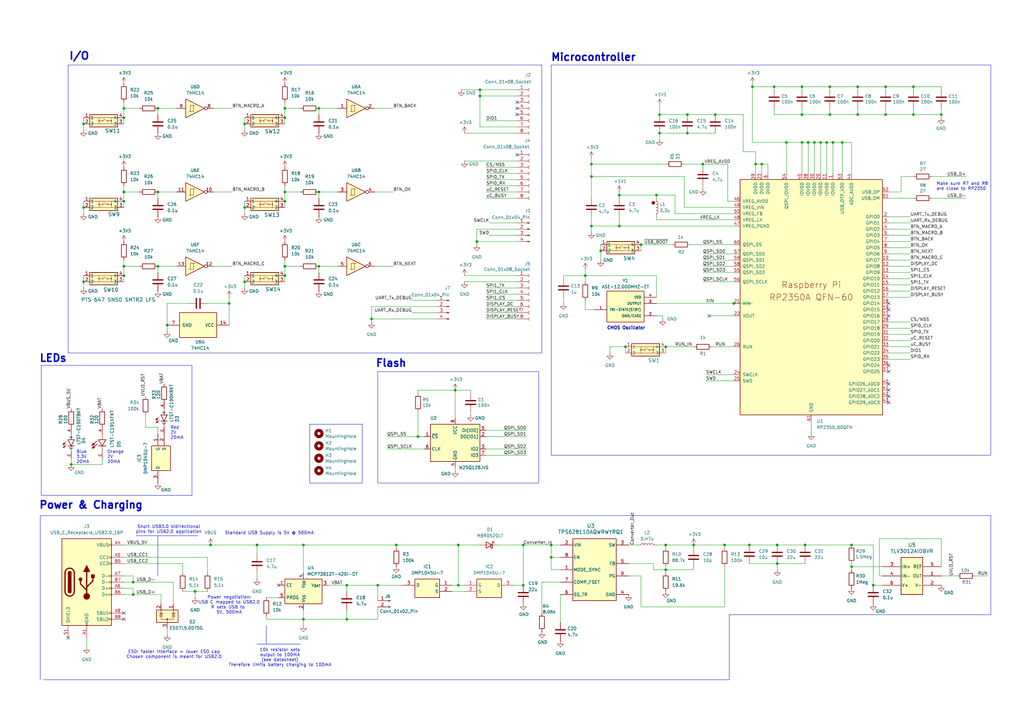
<source format=kicad_sch>
(kicad_sch (version 20231120) (generator "eeschema") (generator_version "8.0")
  (paper "A3")
  (title_block (title "VoidLink") (rev "V1") (company "RF Doom"))
  (junction (at 54.61 243.84))
  (junction (at 336.55 58.42))
  (junction (at 340.36 35.56))
  (junction (at 152.4 130.81))
  (junction (at 100.33 85.09))
  (junction (at 130.81 44.45))
  (junction (at 64.77 78.74))
  (junction (at 351.79 46.99))
  (junction (at 273.05 142.24))
  (junction (at 29.21 190.5))
  (junction (at 50.8 113.03))
  (junction (at 105.41 223.52))
  (junction (at 130.81 109.22))
  (junction (at 130.81 78.74))
  (junction (at 284.48 223.52))
  (junction (at 318.77 231.14))
  (junction (at 349.25 232.41))
  (junction (at 116.84 48.26))
  (junction (at 242.57 72.39))
  (junction (at 50.8 78.74))
  (junction (at 187.96 223.52))
  (junction (at 116.84 78.74))
  (junction (at 226.06 223.52))
  (junction (at 68.58 133.35))
  (junction (at 351.79 35.56))
  (junction (at 64.77 44.45))
  (junction (at 330.2 223.52))
  (junction (at 358.14 240.03))
  (junction (at 297.18 223.52))
  (junction (at 34.29 115.57))
  (junction (at 214.63 223.52))
  (junction (at 171.45 179.07))
  (junction (at 50.8 48.26))
  (junction (at 281.94 46.99))
  (junction (at 86.36 223.52))
  (junction (at 345.44 58.42))
  (junction (at 254 80.01))
  (junction (at 196.85 36.83))
  (junction (at 308.61 35.56))
  (junction (at 339.09 58.42))
  (junction (at 226.06 228.6))
  (junction (at 340.36 46.99))
  (junction (at 331.47 58.42))
  (junction (at 317.5 35.56))
  (junction (at 328.93 35.56))
  (junction (at 334.01 58.42))
  (junction (at 269.24 80.01))
  (junction (at 50.8 109.22))
  (junction (at 116.84 82.55))
  (junction (at 187.96 240.03))
  (junction (at 246.38 102.87))
  (junction (at 328.93 58.42))
  (junction (at 256.54 142.24))
  (junction (at 195.58 99.06))
  (junction (at 50.8 44.45))
  (junction (at 270.51 46.99))
  (junction (at 196.85 39.37))
  (junction (at 242.57 67.31))
  (junction (at 116.84 113.03))
  (junction (at 242.57 92.71))
  (junction (at 50.8 82.55))
  (junction (at 270.51 54.61))
  (junction (at 124.46 223.52))
  (junction (at 162.56 223.52))
  (junction (at 54.61 238.76))
  (junction (at 142.24 254))
  (junction (at 273.05 233.68))
  (junction (at 100.33 115.57))
  (junction (at 374.65 35.56))
  (junction (at 100.33 50.8))
  (junction (at 322.58 58.42))
  (junction (at 93.98 124.46))
  (junction (at 363.22 46.99))
  (junction (at 318.77 223.52))
  (junction (at 293.37 46.99))
  (junction (at 307.34 223.52))
  (junction (at 309.88 67.31))
  (junction (at 312.42 67.31))
  (junction (at 281.94 54.61))
  (junction (at 142.24 240.03))
  (junction (at 328.93 46.99))
  (junction (at 262.89 100.33))
  (junction (at 349.25 223.52))
  (junction (at 240.03 113.03))
  (junction (at 34.29 85.09))
  (junction (at 154.94 240.03))
  (junction (at 124.46 254))
  (junction (at 116.84 109.22))
  (junction (at 64.77 109.22))
  (junction (at 254 92.71))
  (junction (at 80.01 242.57))
  (junction (at 386.08 46.99))
  (junction (at 363.22 35.56))
  (junction (at 300.99 124.46))
  (junction (at 374.65 46.99))
  (junction (at 34.29 50.8))
  (junction (at 186.69 160.02))
  (junction (at 288.29 67.31))
  (junction (at 116.84 44.45))
  (junction (at 273.05 223.52))
  (junction (at 341.63 58.42))
  (junction (at 214.63 240.03))
  (no_connect (at 364.49 149.86))
  (no_connect (at 364.49 152.4))
  (no_connect (at 27.94 261.62))
  (no_connect (at 364.49 157.48))
  (no_connect (at 50.8 254))
  (no_connect (at 50.8 251.46))
  (no_connect (at 114.3 240.03))
  (no_connect (at 212.09 46.99))
  (no_connect (at 364.49 124.46))
  (no_connect (at 364.49 162.56))
  (no_connect (at 364.49 165.1))
  (no_connect (at 212.09 41.91))
  (no_connect (at 212.09 63.5))
  (no_connect (at 364.49 127))
  (no_connect (at 364.49 129.54))
  (no_connect (at 290.83 129.54))
  (no_connect (at 364.49 160.02))
  (no_connect (at 212.09 44.45))
  (wire (pts (xy 374.65 44.45) (xy 374.65 46.99)))
  (wire (pts (xy 273.05 142.24) (xy 273.05 144.78)))
  (wire (pts (xy 369.57 72.39) (xy 374.65 72.39)))
  (wire (pts (xy 364.49 99.06) (xy 373.38 99.06)))
  (wire (pts (xy 328.93 35.56) (xy 340.36 35.56)))
  (wire (pts (xy 134.62 240.03) (xy 142.24 240.03)))
  (wire (pts (xy 340.36 36.83) (xy 340.36 35.56)))
  (wire (pts (xy 363.22 46.99) (xy 351.79 46.99)))
  (wire (pts (xy 214.63 223.52) (xy 226.06 223.52)))
  (wire (pts (xy 105.41 223.52) (xy 105.41 227.33)))
  (wire (pts (xy 50.8 241.3) (xy 54.61 241.3)))
  (wire (pts (xy 297.18 223.52) (xy 297.18 224.79)))
  (wire (pts (xy 317.5 44.45) (xy 317.5 46.99)))
  (wire (pts (xy 212.09 91.44) (xy 200.66 91.44)))
  (wire (pts (xy 100.33 50.8) (xy 100.33 53.34)))
  (wire (pts (xy 345.44 71.12) (xy 345.44 58.42)))
  (wire (pts (xy 281.94 54.61) (xy 293.37 54.61)))
  (wire (pts (xy 199.39 71.12) (xy 212.09 71.12)))
  (wire (pts (xy 270.51 54.61) (xy 270.51 57.15)))
  (wire (pts (xy 364.49 106.68) (xy 373.38 106.68)))
  (wire (pts (xy 269.24 90.17) (xy 300.99 90.17)))
  (wire (pts (xy 124.46 223.52) (xy 162.56 223.52)))
  (wire (pts (xy 80.01 242.57) (xy 80.01 245.11)))
  (wire (pts (xy 116.84 44.45) (xy 116.84 48.26)))
  (wire (pts (xy 68.58 124.46) (xy 68.58 133.35)))
  (wire (pts (xy 142.24 254) (xy 154.94 254)))
  (wire (pts (xy 309.88 62.23) (xy 309.88 67.31)))
  (wire (pts (xy 231.14 114.3) (xy 231.14 113.03)))
  (wire (pts (xy 364.49 147.32) (xy 373.38 147.32)))
  (wire (pts (xy 154.94 240.03) (xy 165.1 240.03)))
  (wire (pts (xy 284.48 223.52) (xy 284.48 224.79)))
  (wire (pts (xy 171.45 168.91) (xy 171.45 179.07)))
  (wire (pts (xy 196.85 39.37) (xy 196.85 52.07)))
  (wire (pts (xy 288.29 111.76) (xy 300.99 111.76)))
  (wire (pts (xy 130.81 109.22) (xy 130.81 111.76)))
  (wire (pts (xy 351.79 44.45) (xy 351.79 46.99)))
  (polyline (pts (xy 299.085 252.095) (xy 299.085 255.905)))
  (wire (pts (xy 317.5 36.83) (xy 317.5 35.56)))
  (wire (pts (xy 185.42 240.03) (xy 187.96 240.03)))
  (wire (pts (xy 50.8 236.22) (xy 54.61 236.22)))
  (wire (pts (xy 363.22 36.83) (xy 363.22 35.56)))
  (wire (pts (xy 289.56 156.21) (xy 300.99 156.21)))
  (wire (pts (xy 54.61 238.76) (xy 71.12 238.76)))
  (wire (pts (xy 29.21 187.96) (xy 29.21 190.5)))
  (wire (pts (xy 171.45 160.02) (xy 186.69 160.02)))
  (wire (pts (xy 262.89 236.22) (xy 262.89 248.92)))
  (wire (pts (xy 57.15 109.22) (xy 50.8 109.22)))
  (wire (pts (xy 72.39 109.22) (xy 64.77 109.22)))
  (wire (pts (xy 308.61 34.29) (xy 308.61 35.56)))
  (wire (pts (xy 318.77 231.14) (xy 330.2 231.14)))
  (wire (pts (xy 304.8 46.99) (xy 304.8 62.23)))
  (wire (pts (xy 54.61 236.22) (xy 54.61 238.76)))
  (wire (pts (xy 270.51 43.18) (xy 270.51 46.99)))
  (wire (pts (xy 77.47 124.46) (xy 68.58 124.46)))
  (wire (pts (xy 34.29 115.57) (xy 34.29 118.11)))
  (wire (pts (xy 142.24 240.03) (xy 142.24 242.57)))
  (wire (pts (xy 68.58 257.81) (xy 68.58 260.35)))
  (wire (pts (xy 284.48 233.68) (xy 284.48 232.41)))
  (wire (pts (xy 190.5 113.03) (xy 212.09 113.03)))
  (wire (pts (xy 196.85 36.83) (xy 196.85 39.37)))
  (wire (pts (xy 50.8 113.03) (xy 50.8 115.57)))
  (polyline (pts (xy 16.51 211.455) (xy 16.51 278.765)))
  (wire (pts (xy 349.25 223.52) (xy 358.14 223.52)))
  (wire (pts (xy 100.33 48.26) (xy 100.33 50.8)))
  (wire (pts (xy 199.39 120.65) (xy 212.09 120.65)))
  (wire (pts (xy 281.94 46.99) (xy 293.37 46.99)))
  (wire (pts (xy 271.78 130.81) (xy 271.78 129.54)))
  (wire (pts (xy 50.8 109.22) (xy 50.8 106.68)))
  (wire (pts (xy 304.8 62.23) (xy 309.88 62.23)))
  (wire (pts (xy 142.24 254) (xy 142.24 250.19)))
  (wire (pts (xy 364.49 119.38) (xy 373.38 119.38)))
  (wire (pts (xy 171.45 179.07) (xy 173.99 179.07)))
  (polyline (pts (xy 16.51 211.455) (xy 406.4 211.455)))
  (wire (pts (xy 288.29 67.31) (xy 288.29 68.58)))
  (wire (pts (xy 284.48 223.52) (xy 297.18 223.52)))
  (wire (pts (xy 87.63 78.74) (xy 95.25 78.74)))
  (wire (pts (xy 199.39 76.2) (xy 212.09 76.2)))
  (wire (pts (xy 196.85 223.52) (xy 187.96 223.52)))
  (wire (pts (xy 276.86 87.63) (xy 276.86 80.01)))
  (wire (pts (xy 364.49 93.98) (xy 373.38 93.98)))
  (wire (pts (xy 322.58 58.42) (xy 328.93 58.42)))
  (wire (pts (xy 267.97 233.68) (xy 267.97 231.14)))
  (wire (pts (xy 85.09 228.6) (xy 85.09 234.95)))
  (wire (pts (xy 199.39 68.58) (xy 212.09 68.58)))
  (wire (pts (xy 364.49 114.3) (xy 373.38 114.3)))
  (wire (pts (xy 138.43 44.45) (xy 130.81 44.45)))
  (wire (pts (xy 226.06 228.6) (xy 226.06 233.68)))
  (wire (pts (xy 66.04 243.84) (xy 66.04 247.65)))
  (wire (pts (xy 123.19 78.74) (xy 116.84 78.74)))
  (polyline (pts (xy 406.4 252.095) (xy 406.4 211.455)))
  (wire (pts (xy 331.47 58.42) (xy 334.01 58.42)))
  (wire (pts (xy 199.39 184.15) (xy 215.9 184.15)))
  (wire (pts (xy 154.94 248.92) (xy 154.94 254)))
  (wire (pts (xy 273.05 233.68) (xy 267.97 233.68)))
  (wire (pts (xy 158.75 184.15) (xy 173.99 184.15)))
  (wire (pts (xy 242.57 67.31) (xy 242.57 72.39)))
  (wire (pts (xy 374.65 46.99) (xy 386.08 46.99)))
  (wire (pts (xy 153.67 78.74) (xy 161.29 78.74)))
  (wire (pts (xy 280.67 67.31) (xy 288.29 67.31)))
  (wire (pts (xy 308.61 35.56) (xy 308.61 58.42)))
  (wire (pts (xy 186.69 160.02) (xy 186.69 171.45)))
  (wire (pts (xy 297.18 223.52) (xy 307.34 223.52)))
  (wire (pts (xy 214.63 240.03) (xy 210.82 240.03)))
  (wire (pts (xy 105.41 223.52) (xy 124.46 223.52)))
  (wire (pts (xy 364.49 134.62) (xy 373.38 134.62)))
  (wire (pts (xy 171.45 161.29) (xy 171.45 160.02)))
  (wire (pts (xy 363.22 35.56) (xy 374.65 35.56)))
  (wire (pts (xy 231.14 113.03) (xy 240.03 113.03)))
  (wire (pts (xy 242.57 67.31) (xy 273.05 67.31)))
  (wire (pts (xy 222.25 238.76) (xy 222.25 251.46)))
  (wire (pts (xy 254 81.28) (xy 254 80.01)))
  (wire (pts (xy 240.03 123.19) (xy 240.03 127)))
  (wire (pts (xy 317.5 35.56) (xy 328.93 35.56)))
  (wire (pts (xy 109.22 245.11) (xy 114.3 245.11)))
  (wire (pts (xy 374.65 46.99) (xy 363.22 46.99)))
  (wire (pts (xy 269.24 90.17) (xy 269.24 88.9)))
  (wire (pts (xy 116.84 44.45) (xy 116.84 41.91)))
  (wire (pts (xy 254 80.01) (xy 269.24 80.01)))
  (wire (pts (xy 269.24 113.03) (xy 269.24 121.92)))
  (wire (pts (xy 386.08 44.45) (xy 386.08 46.99)))
  (wire (pts (xy 364.49 78.74) (xy 369.57 78.74)))
  (wire (pts (xy 322.58 71.12) (xy 322.58 58.42)))
  (wire (pts (xy 349.25 58.42) (xy 349.25 71.12)))
  (wire (pts (xy 152.4 125.73) (xy 152.4 130.81)))
  (wire (pts (xy 71.12 238.76) (xy 71.12 247.65)))
  (wire (pts (xy 240.03 113.03) (xy 269.24 113.03)))
  (wire (pts (xy 162.56 223.52) (xy 162.56 224.79)))
  (wire (pts (xy 50.8 44.45) (xy 50.8 41.91)))
  (wire (pts (xy 189.23 36.83) (xy 196.85 36.83)))
  (wire (pts (xy 269.24 80.01) (xy 269.24 81.28)))
  (wire (pts (xy 87.63 109.22) (xy 95.25 109.22)))
  (wire (pts (xy 382.27 81.28) (xy 396.24 81.28)))
  (wire (pts (xy 195.58 99.06) (xy 195.58 100.33)))
  (wire (pts (xy 283.21 100.33) (xy 300.99 100.33)))
  (wire (pts (xy 262.89 100.33) (xy 262.89 102.87)))
  (wire (pts (xy 50.8 82.55) (xy 50.8 85.09)))
  (wire (pts (xy 212.09 73.66) (xy 199.39 73.66)))
  (wire (pts (xy 87.63 44.45) (xy 95.25 44.45)))
  (wire (pts (xy 50.8 109.22) (xy 50.8 113.03)))
  (wire (pts (xy 100.33 113.03) (xy 100.33 115.57)))
  (wire (pts (xy 290.83 129.54) (xy 300.99 129.54)))
  (wire (pts (xy 307.34 223.52) (xy 318.77 223.52)))
  (wire (pts (xy 212.09 93.98) (xy 195.58 93.98)))
  (wire (pts (xy 340.36 46.99) (xy 328.93 46.99)))
  (wire (pts (xy 168.91 123.19) (xy 179.07 123.19)))
  (wire (pts (xy 341.63 58.42) (xy 341.63 71.12)))
  (wire (pts (xy 124.46 250.19) (xy 124.46 254)))
  (wire (pts (xy 100.33 82.55) (xy 100.33 85.09)))
  (wire (pts (xy 351.79 46.99) (xy 340.36 46.99)))
  (wire (pts (xy 271.78 129.54) (xy 269.24 129.54)))
  (wire (pts (xy 288.29 77.47) (xy 288.29 76.2)))
  (wire (pts (xy 349.25 232.41) (xy 349.25 233.68)))
  (wire (pts (xy 332.74 172.72) (xy 332.74 177.8)))
  (wire (pts (xy 340.36 44.45) (xy 340.36 46.99)))
  (polyline (pts (xy 299.085 278.765) (xy 299.085 255.905)))
  (wire (pts (xy 361.95 240.03) (xy 358.14 240.03)))
  (wire (pts (xy 330.2 223.52) (xy 349.25 223.52)))
  (wire (pts (xy 307.34 231.14) (xy 318.77 231.14)))
  (wire (pts (xy 57.15 78.74) (xy 50.8 78.74)))
  (wire (pts (xy 273.05 223.52) (xy 273.05 224.79)))
  (wire (pts (xy 116.84 109.22) (xy 116.84 106.68)))
  (wire (pts (xy 273.05 142.24) (xy 284.48 142.24)))
  (wire (pts (xy 123.19 44.45) (xy 116.84 44.45)))
  (wire (pts (xy 116.84 113.03) (xy 116.84 115.57)))
  (wire (pts (xy 243.84 127) (xy 240.03 127)))
  (wire (pts (xy 54.61 241.3) (xy 54.61 243.84)))
  (wire (pts (xy 257.81 231.14) (xy 267.97 231.14)))
  (wire (pts (xy 212.09 123.19) (xy 199.39 123.19)))
  (wire (pts (xy 74.93 242.57) (xy 80.01 242.57)))
  (wire (pts (xy 246.38 100.33) (xy 246.38 102.87)))
  (wire (pts (xy 386.08 236.22) (xy 392.43 236.22)))
  (wire (pts (xy 187.96 240.03) (xy 190.5 240.03)))
  (wire (pts (xy 130.81 78.74) (xy 130.81 81.28)))
  (wire (pts (xy 214.63 223.52) (xy 214.63 240.03)))
  (wire (pts (xy 72.39 44.45) (xy 64.77 44.45)))
  (wire (pts (xy 34.29 50.8) (xy 34.29 53.34)))
  (wire (pts (xy 242.57 72.39) (xy 280.67 72.39)))
  (polyline (pts (xy 109.22 256.54) (xy 109.22 264.16)))
  (wire (pts (xy 339.09 58.42) (xy 341.63 58.42)))
  (wire (pts (xy 54.61 243.84) (xy 66.04 243.84)))
  (wire (pts (xy 190.5 66.04) (xy 212.09 66.04)))
  (wire (pts (xy 339.09 71.12) (xy 339.09 58.42)))
  (wire (pts (xy 50.8 78.74) (xy 50.8 82.55)))
  (wire (pts (xy 50.8 238.76) (xy 54.61 238.76)))
  (wire (pts (xy 351.79 35.56) (xy 363.22 35.56)))
  (wire (pts (xy 364.49 137.16) (xy 373.38 137.16)))
  (wire (pts (xy 242.57 92.71) (xy 254 92.71)))
  (wire (pts (xy 364.49 121.92) (xy 373.38 121.92)))
  (wire (pts (xy 123.19 109.22) (xy 116.84 109.22)))
  (wire (pts (xy 152.4 130.81) (xy 179.07 130.81)))
  (wire (pts (xy 386.08 36.83) (xy 386.08 35.56)))
  (wire (pts (xy 298.45 67.31) (xy 298.45 82.55)))
  (wire (pts (xy 292.1 142.24) (xy 300.99 142.24)))
  (wire (pts (xy 328.93 36.83) (xy 328.93 35.56)))
  (wire (pts (xy 288.29 104.14) (xy 300.99 104.14)))
  (wire (pts (xy 229.87 233.68) (xy 226.06 233.68)))
  (wire (pts (xy 349.25 232.41) (xy 361.95 232.41)))
  (wire (pts (xy 50.8 44.45) (xy 50.8 48.26)))
  (wire (pts (xy 364.49 144.78) (xy 373.38 144.78)))
  (wire (pts (xy 312.42 67.31) (xy 312.42 71.12)))
  (wire (pts (xy 153.67 109.22) (xy 161.29 109.22)))
  (wire (pts (xy 190.5 115.57) (xy 212.09 115.57)))
  (wire (pts (xy 364.49 139.7) (xy 373.38 139.7)))
  (wire (pts (xy 240.03 115.57) (xy 240.03 113.03)))
  (wire (pts (xy 256.54 142.24) (xy 256.54 144.78)))
  (wire (pts (xy 364.49 91.44) (xy 373.38 91.44)))
  (wire (pts (xy 229.87 238.76) (xy 222.25 238.76)))
  (wire (pts (xy 64.77 175.26) (xy 59.69 175.26)))
  (wire (pts (xy 187.96 223.52) (xy 187.96 240.03)))
  (wire (pts (xy 199.39 176.53) (xy 215.9 176.53)))
  (polyline (pts (xy 17.78 278.765) (xy 299.085 278.765)))
  (wire (pts (xy 309.88 67.31) (xy 312.42 67.31)))
  (wire (pts (xy 269.24 124.46) (xy 300.99 124.46)))
  (wire (pts (xy 288.29 106.68) (xy 300.99 106.68)))
  (wire (pts (xy 35.56 265.43) (xy 35.56 261.62)))
  (wire (pts (xy 331.47 71.12) (xy 331.47 58.42)))
  (wire (pts (xy 231.14 121.92) (xy 231.14 124.46)))
  (wire (pts (xy 152.4 130.81) (xy 152.4 132.08)))
  (wire (pts (xy 250.19 142.24) (xy 250.19 144.78)))
  (wire (pts (xy 41.91 187.96) (xy 41.91 190.5)))
  (wire (pts (xy 229.87 243.84) (xy 229.87 255.27)))
  (wire (pts (xy 242.57 88.9) (xy 242.57 92.71)))
  (wire (pts (xy 154.94 240.03) (xy 154.94 246.38)))
  (wire (pts (xy 273.05 223.52) (xy 284.48 223.52)))
  (wire (pts (xy 334.01 71.12) (xy 334.01 58.42)))
  (wire (pts (xy 212.09 96.52) (xy 200.66 96.52)))
  (wire (pts (xy 364.49 116.84) (xy 373.38 116.84)))
  (wire (pts (xy 226.06 228.6) (xy 226.06 223.52)))
  (wire (pts (xy 193.04 168.91) (xy 193.04 170.18)))
  (wire (pts (xy 262.89 248.92) (xy 297.18 248.92)))
  (wire (pts (xy 124.46 254) (xy 124.46 256.54)))
  (wire (pts (xy 86.36 223.52) (xy 105.41 223.52)))
  (wire (pts (xy 29.21 190.5) (xy 41.91 190.5)))
  (wire (pts (xy 336.55 71.12) (xy 336.55 58.42)))
  (wire (pts (xy 130.81 44.45) (xy 130.81 46.99)))
  (wire (pts (xy 364.49 88.9) (xy 373.38 88.9)))
  (wire (pts (xy 199.39 186.69) (xy 215.9 186.69)))
  (wire (pts (xy 80.01 242.57) (xy 85.09 242.57)))
  (wire (pts (xy 288.29 115.57) (xy 300.99 115.57)))
  (polyline (pts (xy 299.085 252.095) (xy 406.4 252.095)))
  (wire (pts (xy 68.58 133.35) (xy 68.58 135.89)))
  (polyline (pts (xy 55.753 219.71) (xy 81.153 219.71)))
  (wire (pts (xy 328.93 44.45) (xy 328.93 46.99)))
  (wire (pts (xy 257.81 223.52) (xy 261.62 223.52)))
  (wire (pts (xy 250.19 142.24) (xy 256.54 142.24)))
  (wire (pts (xy 360.68 236.22) (xy 360.68 220.98)))
  (wire (pts (xy 288.29 67.31) (xy 298.45 67.31)))
  (wire (pts (xy 34.29 82.55) (xy 34.29 85.09)))
  (wire (pts (xy 34.29 48.26) (xy 34.29 50.8)))
  (wire (pts (xy 297.18 232.41) (xy 297.18 248.92)))
  (wire (pts (xy 360.68 220.98) (xy 386.08 220.98)))
  (wire (pts (xy 158.75 179.07) (xy 171.45 179.07)))
  (wire (pts (xy 199.39 49.53) (xy 212.09 49.53)))
  (wire (pts (xy 34.29 85.09) (xy 34.29 87.63)))
  (wire (pts (xy 100.33 115.57) (xy 100.33 118.11)))
  (wire (pts (xy 363.22 44.45) (xy 363.22 46.99)))
  (wire (pts (xy 369.57 72.39) (xy 369.57 78.74)))
  (wire (pts (xy 124.46 254) (xy 142.24 254)))
  (wire (pts (xy 270.51 54.61) (xy 281.94 54.61)))
  (wire (pts (xy 328.93 46.99) (xy 317.5 46.99)))
  (wire (pts (xy 105.41 234.95) (xy 105.41 237.49)))
  (wire (pts (xy 364.49 101.6) (xy 373.38 101.6)))
  (wire (pts (xy 246.38 106.68) (xy 246.38 102.87)))
  (wire (pts (xy 314.96 67.31) (xy 314.96 71.12)))
  (wire (pts (xy 116.84 78.74) (xy 116.84 76.2)))
  (wire (pts (xy 64.77 177.8) (xy 64.77 175.26)))
  (wire (pts (xy 364.49 104.14) (xy 373.38 104.14)))
  (wire (pts (xy 153.67 44.45) (xy 161.29 44.45)))
  (wire (pts (xy 364.49 142.24) (xy 373.38 142.24)))
  (wire (pts (xy 270.51 46.99) (xy 281.94 46.99)))
  (wire (pts (xy 289.56 153.67) (xy 300.99 153.67)))
  (wire (pts (xy 199.39 78.74) (xy 212.09 78.74)))
  (wire (pts (xy 93.98 133.35) (xy 93.98 124.46)))
  (wire (pts (xy 340.36 35.56) (xy 351.79 35.56)))
  (wire (pts (xy 293.37 46.99) (xy 304.8 46.99)))
  (wire (pts (xy 364.49 132.08) (xy 373.38 132.08)))
  (wire (pts (xy 334.01 58.42) (xy 336.55 58.42)))
  (wire (pts (xy 72.39 78.74) (xy 64.77 78.74)))
  (wire (pts (xy 199.39 179.07) (xy 215.9 179.07)))
  (wire (pts (xy 318.77 231.14) (xy 318.77 233.68)))
  (wire (pts (xy 242.57 92.71) (xy 242.57 95.25)))
  (wire (pts (xy 336.55 58.42) (xy 339.09 58.42)))
  (wire (pts (xy 386.08 220.98) (xy 386.08 232.41)))
  (wire (pts (xy 300.99 124.46) (xy 308.61 124.46)))
  (wire (pts (xy 257.81 236.22) (xy 262.89 236.22)))
  (wire (pts (xy 242.57 64.77) (xy 242.57 67.31)))
  (wire (pts (xy 345.44 58.42) (xy 349.25 58.42)))
  (wire (pts (xy 186.69 191.77) (xy 186.69 193.04)))
  (wire (pts (xy 374.65 35.56) (xy 386.08 35.56)))
  (wire (pts (xy 358.14 240.03) (xy 358.14 223.52)))
  (wire (pts (xy 59.69 170.18) (xy 59.69 175.26)))
  (wire (pts (xy 374.65 36.83) (xy 374.65 35.56)))
  (wire (pts (xy 64.77 109.22) (xy 64.77 111.76)))
  (wire (pts (xy 318.77 223.52) (xy 330.2 223.52)))
  (wire (pts (xy 212.09 52.07) (xy 196.85 52.07)))
  (wire (pts (xy 74.93 234.95) (xy 74.93 231.14)))
  (wire (pts (xy 308.61 58.42) (xy 322.58 58.42)))
  (wire (pts (xy 50.8 243.84) (xy 54.61 243.84)))
  (wire (pts (xy 341.63 58.42) (xy 345.44 58.42)))
  (wire (pts (xy 328.93 58.42) (xy 331.47 58.42)))
  (wire (pts (xy 386.08 46.99) (xy 386.08 48.26)))
  (wire (pts (xy 273.05 233.68) (xy 284.48 233.68)))
  (polyline (pts (xy 105.41 264.16) (xy 123.19 264.16)))
  (wire (pts (xy 312.42 67.31) (xy 314.96 67.31)))
  (wire (pts (xy 212.09 36.83) (xy 196.85 36.83)))
  (wire (pts (xy 212.09 39.37) (xy 196.85 39.37)))
  (wire (pts (xy 308.61 35.56) (xy 317.5 35.56)))
  (wire (pts (xy 280.67 85.09) (xy 300.99 85.09)))
  (wire (pts (xy 226.06 223.52) (xy 229.87 223.52)))
  (wire (pts (xy 364.49 96.52) (xy 373.38 96.52)))
  (wire (pts (xy 309.88 67.31) (xy 309.88 71.12)))
  (wire (pts (xy 116.84 82.55) (xy 116.84 85.09)))
  (wire (pts (xy 199.39 81.28) (xy 212.09 81.28)))
  (wire (pts (xy 204.47 223.52) (xy 214.63 223.52)))
  (wire (pts (xy 199.39 118.11) (xy 212.09 118.11)))
  (wire (pts (xy 93.98 121.92) (xy 93.98 124.46)))
  (wire (pts (xy 212.09 99.06) (xy 195.58 99.06)))
  (wire (pts (xy 199.39 128.27) (xy 212.09 128.27)))
  (wire (pts (xy 116.84 48.26) (xy 116.84 50.8)))
  (wire (pts (xy 64.77 44.45) (xy 64.77 46.99)))
  (wire (pts (xy 152.4 125.73) (xy 179.07 125.73)))
  (wire (pts (xy 229.87 228.6) (xy 226.06 228.6)))
  (wire (pts (xy 57.15 44.45) (xy 50.8 44.45)))
  (wire (pts (xy 300.99 87.63) (xy 276.86 87.63)))
  (wire (pts (xy 50.8 228.6) (xy 85.09 228.6)))
  (wire (pts (xy 280.67 72.39) (xy 280.67 85.09)))
  (wire (pts (xy 400.05 236.22) (xy 405.13 236.22)))
  (wire (pts (xy 288.29 109.22) (xy 300.99 109.22)))
  (wire (pts (xy 364.49 111.76) (xy 373.38 111.76)))
  (wire (pts (xy 328.93 71.12) (xy 328.93 58.42)))
  (wire (pts (xy 190.5 54.61) (xy 212.09 54.61)))
  (wire (pts (xy 109.22 252.73) (xy 109.22 254)))
  (wire (pts (xy 361.95 236.22) (xy 360.68 236.22)))
  (wire (pts (xy 240.03 110.49) (xy 240.03 113.03)))
  (wire (pts (xy 193.04 160.02) (xy 186.69 160.02)))
  (wire (pts (xy 269.24 223.52) (xy 273.05 223.52)))
  (wire (pts (xy 168.91 128.27) (xy 179.07 128.27)))
  (wire (pts (xy 199.39 130.81) (xy 212.09 130.81)))
  (wire (pts (xy 382.27 72.39) (xy 396.24 72.39)))
  (wire (pts (xy 50.8 78.74) (xy 50.8 76.2)))
  (wire (pts (xy 273.05 233.68) (xy 273.05 234.95)))
  (wire (pts (xy 116.84 109.22) (xy 116.84 113.03)))
  (wire (pts (xy 124.46 234.95) (xy 124.46 223.52)))
  (wire (pts (xy 199.39 125.73) (xy 212.09 125.73)))
  (wire (pts (xy 242.57 72.39) (xy 242.57 81.28)))
  (wire (pts (xy 100.33 85.09) (xy 100.33 87.63)))
  (wire (pts (xy 364.49 81.28) (xy 374.65 81.28)))
  (wire (pts (xy 50.8 223.52) (xy 86.36 223.52)))
  (wire (pts (xy 138.43 78.74) (xy 130.81 78.74)))
  (wire (pts (xy 185.42 242.57) (xy 190.5 242.57)))
  (wire (pts (xy 273.05 232.41) (xy 273.05 233.68)))
  (wire (pts (xy 64.77 78.74) (xy 64.77 81.28)))
  (wire (pts (xy 50.8 48.26) (xy 50.8 50.8)))
  (wire (pts (xy 254 88.9) (xy 254 92.71)))
  (wire (pts (xy 50.8 231.14) (xy 74.93 231.14)))
  (wire (pts (xy 364.49 109.22) (xy 373.38 109.22)))
  (wire (pts (xy 162.56 223.52) (xy 187.96 223.52)))
  (wire (pts (xy 109.22 254) (xy 124.46 254)))
  (wire (pts (xy 276.86 80.01) (xy 269.24 80.01)))
  (wire (pts (xy 93.98 124.46) (xy 85.09 124.46)))
  (wire (pts (xy 195.58 93.98) (xy 195.58 99.06)))
  (wire (pts (xy 254 92.71) (xy 300.99 92.71)))
  (polyline (pts (xy 64.77 236.22) (xy 64.77 219.71)))
  (wire (pts (xy 138.43 109.22) (xy 130.81 109.22)))
  (wire (pts (xy 34.29 113.03) (xy 34.29 115.57)))
  (wire (pts (xy 262.89 100.33) (xy 275.59 100.33)))
  (wire (pts (xy 142.24 240.03) (xy 154.94 240.03)))
  (wire (pts (xy 351.79 36.83) (xy 351.79 35.56)))
  (wire (pts (xy 298.45 82.55) (xy 300.99 82.55)))
  (wire (pts (xy 193.04 161.29) (xy 193.04 160.02)))
  (wire (pts (xy 254 78.74) (xy 254 80.01)))
  (wire (pts (xy 349.25 231.14) (xy 349.25 232.41)))
  (wire (pts (xy 116.84 78.74) (xy 116.84 82.55)))
  (rectangle (start 226.06 26.67) (end 406.4 186.69))
  (circle (center 267.97 83.185) (radius 0.635) (stroke (width 0) (color 132 0 0 1)) (fill (type color) (color 132 0 0 1)))
  (rectangle (start 154.94 152.4) (end 220.98 198.12))
  (rectangle (start 27.94 26.67) (end 222.25 144.78))
  (rectangle (start 127 173.99) (end 148.59 198.12))
  (rectangle (start 16.891 149.86) (end 78.74 203.2))
  (text "Flash" (at 153.924 150.876 0) (effects (font (size 3.048 3.048) (thickness 0.6096) (bold yes)) (justify left bottom)))
  (text "10k resistor sets\noutput to 100mA\n(see datasheet)\nTherefore limits battery charging to 100mA" (at 114.808 269.748 0) (effects (font (size 1.27 1.27))))
  (text "LEDs" (at 16.002 148.844 0) (effects (font (size 3.048 3.048) (thickness 0.6096) (bold yes)) (justify left bottom)))
  (text "Standard USB Supply is 5V @ 500mA" (at 110.49 218.694 0) (effects (font (size 1.27 1.27))))
  (text "Power negotiation:\nUSB C mapped to USB2.0\nR sets USB to \n5V, 500mA" (at 93.98 248.158 0) (effects (font (size 1.27 1.27))))
  (text "ESD: faster interface = lower ESD cap\nChosen component is meant for USB2.0" (at 71.374 268.478 0) (effects (font (size 1.27 1.27))))
  (text "Make sure R7 and R8 \nare close to RP2350\n" (at 384.048 78.232 0) (effects (font (size 1.27 1.27)) (justify left bottom)))
  (text "Short USB3.0 bidirectional\npins for USB2.0 application" (at 69.215 217.17 0) (effects (font (size 1.27 1.27))))
  (text "I/O" (at 28.194 24.892 0) (effects (font (size 3.048 3.048) (thickness 0.6096) (bold yes)) (justify left bottom)))
  (text "Orange\n2V\n20mA" (at 43.942 187.452 0) (effects (font (size 1.27 1.27)) (justify left)))
  (text "Red\n2V\n20mA" (at 69.85 177.546 0) (effects (font (size 1.27 1.27)) (justify left)))
  (text "Power & Charging" (at 37.338 207.264 0) (effects (font (size 3.048 3.048) (thickness 0.6096) (bold yes))))
  (text "Blue\n3.3V\n20mA" (at 31.242 187.452 0) (effects (font (size 1.27 1.27)) (justify left)))
  (text "CMOS Oscillator" (at 256.794 134.62 0) (effects (font (size 1.27 1.27) (thickness 0.254) (bold yes))))
  (text "Microcontroller" (at 225.806 25.4 0) (effects (font (size 3.048 3.048) (thickness 0.6096) (bold yes)) (justify left bottom)))
  (label "UART_Rx_DEBUG" (at 168.91 128.27 180))
  (label "QSPI_SCLK" (at 288.29 115.57 0))
  (label "SPI0_TX" (at 199.39 73.66 0))
  (label "BTN_MACRO_A" (at 373.38 93.98 0))
  (label "CS{slash}NSS" (at 199.39 68.58 0))
  (label "USB_D+" (at 55.88 243.84 0))
  (label "SWD" (at 200.66 96.52 180))
  (label "USB_D-" (at 55.88 238.76 0))
  (label "Converter_Out" (at 260.35 223.52 90))
  (label "QSPI_SD2" (at 288.29 109.22 0))
  (label "QSPI_SD0" (at 288.29 104.14 0))
  (label "~{USB_BOOT}" (at 264.16 100.33 0))
  (label "SPI1_TX" (at 373.38 116.84 0))
  (label "QSPI_SS" (at 288.29 100.33 0))
  (label "UART_Rx_DEBUG" (at 373.38 91.44 0))
  (label "BTN_MACRO_A" (at 95.25 44.45 0))
  (label "DISPLAY_BUSY" (at 199.39 130.81 0))
  (label "QSPI_SD1" (at 288.29 106.68 0))
  (label "UART_Tx_DEBUG" (at 168.91 123.19 180))
  (label "UART_Tx_DEBUG" (at 373.38 88.9 0))
  (label "VBAT" (at 67.31 157.48 90))
  (label "VBUS_5V" (at 29.21 167.64 90))
  (label "UVLO_RST" (at 59.69 162.56 90))
  (label "UVLO_RST" (at 391.16 236.22 90))
  (label "BTN_OK" (at 161.29 78.74 0))
  (label "QSPI_SD3" (at 215.9 186.69 180))
  (label "CS{slash}NSS" (at 373.38 132.08 0))
  (label "QSPI_SCLK" (at 158.75 184.15 0))
  (label "SWD" (at 289.56 156.21 0))
  (label "BTN_BACK" (at 161.29 44.45 0))
  (label "DISPLAY_DC" (at 199.39 125.73 0))
  (label "BTN_MACRO_B" (at 95.25 78.74 0))
  (label "SPI0_RX" (at 373.38 147.32 0))
  (label "SPI0_CLK" (at 373.38 134.62 0))
  (label "QSPI_SD3" (at 288.29 111.76 0))
  (label "uC_BUSY" (at 199.39 81.28 0))
  (label "RUN" (at 293.37 142.24 0))
  (label "SPI1_CS" (at 199.39 123.19 0))
  (label "DISPLAY_RESET" (at 199.39 128.27 0))
  (label "VBAT" (at 41.91 167.64 90))
  (label "SPI0_CLK" (at 199.39 71.12 0))
  (label "SWCLK" (at 289.56 153.67 0))
  (label "SPI1_TX" (at 199.39 118.11 0))
  (label "DIO1" (at 199.39 49.53 0))
  (label "RUN" (at 405.13 236.22 180))
  (label "BTN_MACRO_C" (at 373.38 106.68 0))
  (label "SPI0_TX" (at 373.38 137.16 0))
  (label "VBUS_5V" (at 52.07 223.52 0))
  (label "XIN" (at 289.56 124.46 0))
  (label "QSPI_SS" (at 158.75 179.07 0))
  (label "QSPI_SD0" (at 215.9 176.53 180))
  (label "USB_D-" (at 396.24 81.28 180))
  (label "USB_CC1" (at 52.07 228.6 0))
  (label "SPI1_CS" (at 373.38 111.76 0))
  (label "QSPI_SD2" (at 215.9 184.15 180))
  (label "USB_D+" (at 396.24 72.39 180))
  (label "VREG_LX" (at 287.02 90.17 0))
  (label "USB_CC2" (at 52.07 231.14 0))
  (label "DISPLAY_DC" (at 373.38 109.22 0))
  (label "BTN_OK" (at 373.38 101.6 0))
  (label "DIO1" (at 373.38 144.78 0))
  (label "BTN_MACRO_B" (at 373.38 96.52 0))
  (label "BTN_NEXT" (at 161.29 109.22 0))
  (label "VBAT" (at 135.89 240.03 0))
  (label "QSPI_SD1" (at 215.9 179.07 180))
  (label "uC_RESET" (at 199.39 78.74 0))
  (label "SWCLK" (at 200.66 91.44 180))
  (label "DISPLAY_BUSY" (at 373.38 121.92 0))
  (label "BTN_MACRO_C" (at 95.25 109.22 0))
  (label "uC_RESET" (at 373.38 139.7 0))
  (label "SPI0_RX" (at 199.39 76.2 0))
  (label "Converter_In" (at 214.63 223.52 0))
  (label "RUN_IN" (at 276.86 142.24 0))
  (label "BTN_BACK" (at 373.38 99.06 0))
  (label "uC_BUSY" (at 373.38 142.24 0))
  (label "DISPLAY_RESET" (at 373.38 119.38 0))
  (label "SPI1_CLK" (at 373.38 114.3 0))
  (label "VREG_AVDD" (at 288.925 67.31 0))
  (label "SPI1_CLK" (at 199.39 120.65 0))
  (label "BTN_NEXT" (at 373.38 104.14 0))
  (symbol (lib_id "Mechanical:MountingHole") (at 130.81 177.8 0) (unit 1)
    (property "Reference" "H1" (at 133.35 176.6316 0) (effects (justify left)))
    (property "Value" "MountingHole" (at 133.35 178.943 0) (effects (justify left)))
    (property "Footprint" "MountingHole:MountingHole_2.7mm_M2.5" (effects (hide yes)))
  )
  (symbol (lib_id "My_Library:LTST-C190KRKT") (at 67.31 172.72 90) (unit 1)
    (property "Reference" "D3" (at 72.644 170.434 0) (effects (justify right)))
    (property "Value" "LTST-C190KRKT" (at 70.358 157.48 0) (effects (justify right)))
    (property "Footprint" "My_Footprints:LEDC1608X35N_red" (effects (hide yes)))
  )
  (symbol (lib_id "Mechanical:MountingHole") (at 130.81 193.04 0) (unit 1)
    (property "Reference" "H4" (at 133.35 191.8716 0) (effects (justify left)))
    (property "Value" "MountingHole" (at 133.35 194.183 0) (effects (justify left)))
    (property "Footprint" "MountingHole:MountingHole_2.7mm_M2.5" (effects (hide yes)))
  )
  (symbol (lib_id "power:GND") (at 229.87 262.89 0) (unit 1)
    (property "Reference" "#PWR046" (effects (hide yes)))
    (property "Value" "GND" (at 229.87 267.97 0))
    (property "Description" "Power symbol creates a global label with name \"GND\" , ground" (effects (hide yes)))
  )
  (symbol (lib_id "power:GND") (at 271.78 130.81 0) (unit 1)
    (property "Reference" "#PWR014" (effects (hide yes)))
    (property "Value" "GND" (at 275.59 130.81 0))
    (property "Description" "Power symbol creates a global label with name \"GND\" , ground" (effects (hide yes)))
  )
  (symbol (lib_id "Device:C") (at 130.81 115.57 0) (unit 1)
    (property "Reference" "C24" (at 134.62 114.2999 0) (effects (justify left)))
    (property "Value" "0.1u" (at 134.62 116.8399 0) (effects (justify left)))
    (property "Footprint" "Capacitor_SMD:C_0402_1005Metric" (effects (hide yes)))
    (property "Description" "Unpolarized capacitor" (effects (hide yes)))
  )
  (symbol (lib_id "power:+3V3") (at 116.84 34.29 0) (unit 1)
    (property "Reference" "#PWR037" (effects (hide yes)))
    (property "Value" "+3V3" (at 117.221 29.8958 0))
  )
  (symbol (lib_id "Device:C") (at 281.94 50.8 0) (unit 1)
    (property "Reference" "C15" (at 285.75 49.5299 0) (effects (justify left)))
    (property "Value" "4.7u" (at 285.75 52.0699 0) (effects (justify left)))
    (property "Footprint" "Capacitor_SMD:C_0402_1005Metric" (effects (hide yes)))
    (property "Description" "Unpolarized capacitor" (effects (hide yes)))
  )
  (symbol (lib_name "PTS_647_SN50_SMTR2_LFS_1") (lib_id "My_Library:PTS_647_SN50_SMTR2_LFS") (at 29.21 82.55 0) (unit 1)
    (property "Reference" "SW9" (at 46.736 87.884 0) (effects (font (size 1.524 1.524))))
    (property "Value" "PTS 647 SN50 SMTR2 LFS" (effects (hide yes)))
    (property "Footprint" "My_Footprints:PTS 647 SN50 SMTR2 LFS" (effects (hide yes)))
    (property "Datasheet" "PTS 647 SN50 SMTR2 LFS" (effects (hide yes)))
  )
  (symbol (lib_id "Device:C") (at 105.41 231.14 0) (unit 1)
    (property "Reference" "C17" (at 109.22 229.8699 0) (effects (justify left)))
    (property "Value" "4.7u" (at 109.22 232.4099 0) (effects (justify left)))
    (property "Footprint" "Capacitor_SMD:C_0805_2012Metric" (effects (hide yes)))
    (property "Description" "Unpolarized capacitor" (effects (hide yes)))
  )
  (symbol (lib_id "power:GND") (at 34.29 118.11 0) (mirror y) (unit 1)
    (property "Reference" "#PWR047" (effects (hide yes)))
    (property "Value" "GND" (at 38.1 119.38 0))
  )
  (symbol (lib_id "Device:R") (at 288.29 142.24 90) (unit 1)
    (property "Reference" "R1" (at 288.29 145.034 90))
    (property "Value" "1k" (at 288.29 138.43 90))
    (property "Footprint" "Resistor_SMD:R_0402_1005Metric" (effects (hide yes)))
    (property "Description" "Resistor" (effects (hide yes)))
  )
  (symbol (lib_id "power:+1V1") (at 270.51 43.18 0) (unit 1)
    (property "Reference" "#PWR038" (effects (hide yes)))
    (property "Value" "+1V1" (at 270.891 38.7858 0))
  )
  (symbol (lib_id "power:GND") (at 64.77 54.61 0) (mirror y) (unit 1)
    (property "Reference" "#PWR051" (effects (hide yes)))
    (property "Value" "GND" (at 68.58 55.88 0))
  )
  (symbol (lib_id "Device:R") (at 349.25 227.33 0) (unit 1)
    (property "Reference" "R29" (at 351.028 226.06 0) (effects (justify left)))
    (property "Value" "1.5Meg" (at 350.774 228.346 0) (effects (justify left)))
    (property "Footprint" "Resistor_SMD:R_0402_1005Metric" (effects (hide yes)))
    (property "Description" "Resistor" (effects (hide yes)))
  )
  (symbol (lib_id "power:GND") (at 34.29 53.34 0) (mirror y) (unit 1)
    (property "Reference" "#PWR018" (effects (hide yes)))
    (property "Value" "GND" (at 38.1 54.61 0))
  )
  (symbol (lib_id "Device:R") (at 273.05 238.76 0) (unit 1)
    (property "Reference" "R11" (at 275.59 237.4899 0) (effects (justify left)))
    (property "Value" "19.6k" (at 275.59 240.0299 0) (effects (justify left)))
    (property "Footprint" "Resistor_SMD:R_0402_1005Metric" (effects (hide yes)))
    (property "Description" "Resistor" (effects (hide yes)))
  )
  (symbol (lib_id "power:+3V3") (at 190.5 54.61 0) (unit 1)
    (property "Reference" "#PWR030" (effects (hide yes)))
    (property "Value" "+3V3" (at 190.881 50.2158 0))
  )
  (symbol (lib_id "Mechanical:MountingHole") (at 130.81 182.88 0) (unit 1)
    (property "Reference" "H2" (at 133.35 181.7116 0) (effects (justify left)))
    (property "Value" "MountingHole" (at 133.35 184.023 0) (effects (justify left)))
    (property "Footprint" "MountingHole:MountingHole_2.7mm_M2.5" (effects (hide yes)))
  )
  (symbol (lib_id "Device:R") (at 240.03 119.38 0) (unit 1)
    (property "Reference" "R9" (at 242.57 118.1099 0) (effects (justify left)))
    (property "Value" "10k" (at 242.57 120.6499 0) (effects (justify left)))
    (property "Footprint" "Resistor_SMD:R_0402_1005Metric" (effects (hide yes)))
    (property "Description" "Resistor" (effects (hide yes)))
  )
  (symbol (lib_id "power:+3V3") (at 284.48 223.52 0) (unit 1)
    (property "Reference" "#PWR059" (effects (hide yes)))
    (property "Value" "+3V3" (at 284.861 219.1258 0))
  )
  (symbol (lib_id "power:GND") (at 152.4 132.08 0) (mirror y) (unit 1)
    (property "Reference" "#PWR061" (effects (hide yes)))
    (property "Value" "GND" (at 152.4 137.16 0))
    (property "Description" "Power symbol creates a global label with name \"GND\" , ground" (effects (hide yes)))
  )
  (symbol (lib_id "Device:C") (at 130.81 50.8 0) (unit 1)
    (property "Reference" "C21" (at 134.62 49.5299 0) (effects (justify left)))
    (property "Value" "0.1u" (at 134.62 52.0699 0) (effects (justify left)))
    (property "Footprint" "Capacitor_SMD:C_0402_1005Metric" (effects (hide yes)))
    (property "Description" "Unpolarized capacitor" (effects (hide yes)))
  )
  (symbol (lib_id "power:GND") (at 64.77 198.12 0) (unit 1)
    (property "Reference" "#PWR063" (effects (hide yes)))
    (property "Value" "GND" (at 68.072 200.914 0))
    (property "Description" "Power symbol creates a global label with name \"GND\" , ground" (effects (hide yes)))
  )
  (symbol (lib_id "power:GND") (at 100.33 53.34 0) (mirror y) (unit 1)
    (property "Reference" "#PWR019" (effects (hide yes)))
    (property "Value" "GND" (at 104.14 54.61 0))
  )
  (symbol (lib_id "power:GND") (at 130.81 88.9 0) (mirror y) (unit 1)
    (property "Reference" "#PWR041" (effects (hide yes)))
    (property "Value" "GND" (at 134.62 90.17 0))
  )
  (symbol (lib_id "Connector:Conn_01x08_Socket") (at 217.17 71.12 0) (unit 1)
    (property "Reference" "J4" (at 215.138 57.658 0) (effects (justify left)))
    (property "Value" "Conn_01x08_Socket" (at 198.12 60.198 0) (effects (justify left)))
    (property "Footprint" "Connector_PinSocket_2.54mm:PinSocket_1x08_P2.54mm_Vertical" (effects (hide yes)))
    (property "Description" "Generic connector, single row, 01x08, script generated" (effects (hide yes)))
  )
  (symbol (lib_id "Device:R") (at 116.84 102.87 0) (unit 1)
    (property "Reference" "R20" (at 119.38 101.5999 0) (effects (justify left)))
    (property "Value" "10k" (at 119.38 104.1399 0) (effects (justify left)))
    (property "Footprint" "Resistor_SMD:R_0402_1005Metric" (effects (hide yes)))
    (property "Description" "Resistor" (effects (hide yes)))
  )
  (symbol (lib_id "power:GND") (at 68.58 135.89 0) (mirror y) (unit 1)
    (property "Reference" "#PWR034" (effects (hide yes)))
    (property "Value" "GND" (at 71.12 139.7 0))
  )
  (symbol (lib_id "Device:R") (at 60.96 44.45 90) (unit 1)
    (property "Reference" "R25" (at 60.96 38.1 90))
    (property "Value" "10k" (at 60.96 40.64 90))
    (property "Footprint" "Resistor_SMD:R_0402_1005Metric" (effects (hide yes)))
    (property "Description" "Resistor" (effects (hide yes)))
  )
  (symbol (lib_id "Device:R") (at 41.91 171.45 0) (unit 1)
    (property "Reference" "R32" (at 37.846 173.99 90) (effects (justify left)))
    (property "Value" "120" (at 39.624 173.99 90) (effects (justify left)))
    (property "Footprint" "Resistor_SMD:R_0402_1005Metric" (effects (hide yes)))
    (property "Description" "Resistor" (effects (hide yes)))
  )
  (symbol (lib_id "Device:C") (at 64.77 85.09 0) (unit 1)
    (property "Reference" "C26" (at 68.58 83.8199 0) (effects (justify left)))
    (property "Value" "0.1u" (at 68.58 86.3599 0) (effects (justify left)))
    (property "Footprint" "Capacitor_SMD:C_0402_1005Metric" (effects (hide yes)))
    (property "Description" "Unpolarized capacitor" (effects (hide yes)))
  )
  (symbol (lib_id "Device:R") (at 276.86 67.31 90) (unit 1)
    (property "Reference" "R6" (at 275.6916 65.532 0) (effects (justify left)))
    (property "Value" "33" (at 278.003 65.532 0) (effects (justify left)))
    (property "Footprint" "Resistor_SMD:R_0402_1005Metric" (effects (hide yes)))
  )
  (symbol (lib_id "power:GND") (at 270.51 57.15 0) (unit 1)
    (property "Reference" "#PWR027" (effects (hide yes)))
    (property "Value" "GND" (at 266.7 58.42 0))
  )
  (symbol (lib_id "Device:C") (at 254 85.09 0) (unit 1)
    (property "Reference" "C3" (at 257.81 83.82 0) (effects (justify left)))
    (property "Value" "4.7u" (at 257.81 86.36 0) (effects (justify left)))
    (property "Footprint" "My_Footprints:C_0402_1005Metric_small_pads" (effects (hide yes)))
  )
  (symbol (lib_id "Diode:MBR0520LT") (at 200.66 223.52 0) (mirror y) (unit 1)
    (property "Reference" "D1" (at 200.9775 217.17 0))
    (property "Value" "MBR0520LT" (at 200.9775 219.71 0))
    (property "Footprint" "Diode_SMD:D_SOD-123" (effects (hide yes)))
    (property "Datasheet" "http://www.onsemi.com/pub_link/Collateral/MBR0520LT1-D.PDF" (effects (hide yes)))
    (property "Description" "20V 0.5A Schottky Power Rectifier Diode, SOD-123" (effects (hide yes)))
  )
  (symbol (lib_id "Device:C") (at 214.63 243.84 0) (unit 1)
    (property "Reference" "C19" (at 216.662 239.268 0) (effects (justify left)))
    (property "Value" "22u" (at 216.662 241.808 0) (effects (justify left)))
    (property "Footprint" "Capacitor_SMD:C_0805_2012Metric" (effects (hide yes)))
    (property "Description" "Unpolarized capacitor" (effects (hide yes)))
  )
  (symbol (lib_id "power:+3V3") (at 242.57 64.77 0) (unit 1)
    (property "Reference" "#PWR06" (effects (hide yes)))
    (property "Value" "+3V3" (at 242.951 60.3758 0))
  )
  (symbol (lib_id "74xx:74HC14") (at 81.28 133.35 270) (unit 7)
    (property "Reference" "U6" (at 82.042 140.208 90))
    (property "Value" "74HC14" (at 82.042 142.748 90))
    (property "Footprint" "My_Footprints:SN74HC14DR_D14" (effects (hide yes)))
    (property "Datasheet" "http://www.ti.com/lit/gpn/sn74HC14" (effects (hide yes)))
    (property "Description" "Hex inverter schmitt trigger" (effects (hide yes)))
  )
  (symbol (lib_id "Device:C") (at 229.87 259.08 0) (unit 1)
    (property "Reference" "C20" (at 232.664 257.81 0) (effects (justify left)))
    (property "Value" "4.7n" (at 232.664 260.35 0) (effects (justify left)))
    (property "Footprint" "Capacitor_SMD:C_0402_1005Metric" (effects (hide yes)))
    (property "Description" "Unpolarized capacitor" (effects (hide yes)))
  )
  (symbol (lib_id "power:GND") (at 190.5 66.04 0) (mirror y) (unit 1)
    (property "Reference" "#PWR031" (effects (hide yes)))
    (property "Value" "GND" (at 194.31 67.31 0))
  )
  (symbol (lib_id "Device:C") (at 293.37 50.8 0) (unit 1)
    (property "Reference" "C14" (at 297.18 49.5299 0) (effects (justify left)))
    (property "Value" "100n" (at 297.18 52.0699 0) (effects (justify left)))
    (property "Footprint" "Capacitor_SMD:C_0402_1005Metric" (effects (hide yes)))
    (property "Description" "Unpolarized capacitor" (effects (hide yes)))
  )
  (symbol (lib_id "power:GND") (at 386.08 240.03 0) (unit 1)
    (property "Reference" "#PWR058" (effects (hide yes)))
    (property "Value" "GND" (at 389.128 243.078 0))
    (property "Description" "Power symbol creates a global label with name \"GND\" , ground" (effects (hide yes)))
  )
  (symbol (lib_id "power:VBUS") (at 86.36 223.52 0) (unit 1)
    (property "Reference" "#PWR028" (effects (hide yes)))
    (property "Value" "VBUS" (at 86.36 218.44 0))
    (property "Description" "Power symbol creates a global label with name \"VBUS\"" (effects (hide yes)))
  )
  (symbol (lib_id "Battery_Management:MCP73812T-420I-OT") (at 124.46 242.57 0) (unit 1)
    (property "Reference" "U4" (at 127.508 232.918 0))
    (property "Value" "MCP73812T-420I-OT" (at 136.398 235.458 0))
    (property "Footprint" "Package_TO_SOT_SMD:SOT-23-5" (effects (hide yes)))
    (property "Datasheet" "http://ww1.microchip.com/downloads/en/DeviceDoc/22036b.pdf" (effects (hide yes)))
    (property "Description" "Simple, Miniature Single-Cell, Fully Integrated Li-Ion / Li-Polymer Charge Management Controllers, 50mA-500mA, 4.2V, SOT23-5" (effects (hide yes)))
  )
  (symbol (lib_id "74xx:74HC14") (at 80.01 44.45 0) (unit 4)
    (property "Reference" "U6" (at 80.01 35.56 0))
    (property "Value" "74HC14" (at 80.01 38.1 0))
    (property "Footprint" "My_Footprints:SN74HC14DR_D14" (effects (hide yes)))
    (property "Datasheet" "http://www.ti.com/lit/gpn/sn74HC14" (effects (hide yes)))
    (property "Description" "Hex inverter schmitt trigger" (effects (hide yes)))
  )
  (symbol (lib_id "power:+3V3") (at 240.03 110.49 0) (unit 1)
    (property "Reference" "#PWR015" (effects (hide yes)))
    (property "Value" "+3V3" (at 240.411 106.0958 0))
  )
  (symbol (lib_id "Device:C") (at 330.2 227.33 0) (unit 1)
    (property "Reference" "C31" (at 334.01 226.0599 0) (effects (justify left)))
    (property "Value" "22u" (at 334.01 228.5999 0) (effects (justify left)))
    (property "Footprint" "Capacitor_SMD:C_0805_2012Metric" (effects (hide yes)))
    (property "Description" "Unpolarized capacitor" (effects (hide yes)))
  )
  (symbol (lib_id "Device:R") (at 60.96 109.22 90) (unit 1)
    (property "Reference" "R27" (at 60.96 102.87 90))
    (property "Value" "10k" (at 60.96 105.41 90))
    (property "Footprint" "Resistor_SMD:R_0402_1005Metric" (effects (hide yes)))
    (property "Description" "Resistor" (effects (hide yes)))
  )
  (symbol (lib_id "Device:R") (at 59.69 166.37 0) (mirror y) (unit 1)
    (property "Reference" "R34" (at 57.15 165.0999 0) (effects (justify left)))
    (property "Value" "100k" (at 57.15 167.6399 0) (effects (justify left)))
    (property "Footprint" "Resistor_SMD:R_0402_1005Metric" (effects (hide yes)))
    (property "Description" "Resistor" (effects (hide yes)))
  )
  (symbol (lib_id "Device:C") (at 363.22 40.64 0) (unit 1)
    (property "Reference" "C9" (at 366.141 39.4716 0) (effects (justify left)))
    (property "Value" "100n" (at 366.141 41.783 0) (effects (justify left)))
    (property "Footprint" "Capacitor_SMD:C_0402_1005Metric" (effects (hide yes)))
  )
  (symbol (lib_id "Device:C") (at 81.28 124.46 90) (unit 1)
    (property "Reference" "C22" (at 81.28 116.84 90))
    (property "Value" "0.1u" (at 81.28 119.38 90))
    (property "Footprint" "Capacitor_SMD:C_0402_1005Metric" (effects (hide yes)))
    (property "Description" "Unpolarized capacitor" (effects (hide yes)))
  )
  (symbol (lib_id "My_Library:TLV3012AIDBVR") (at 361.95 233.68 0) (unit 1)
    (property "Reference" "U5" (at 374.015 223.52 0) (effects (font (size 1.524 1.524))))
    (property "Value" "TLV3012AIDBVR" (at 374.015 226.06 0) (effects (font (size 1.524 1.524))))
    (property "Footprint" "My_Footprints:DBV6" (effects (hide yes)))
    (property "Datasheet" "TLV3012AIDBVR" (effects (hide yes)))
  )
  (symbol (lib_id "power:GND") (at 231.14 124.46 0) (unit 1)
    (property "Reference" "#PWR016" (effects (hide yes)))
    (property "Value" "GND" (at 231.14 129.54 0))
    (property "Description" "Power symbol creates a global label with name \"GND\" , ground" (effects (hide yes)))
  )
  (symbol (lib_id "power:+3V3") (at 50.8 99.06 0) (unit 1)
    (property "Reference" "#PWR050" (effects (hide yes)))
    (property "Value" "+3V3" (at 51.181 94.6658 0))
  )
  (symbol (lib_id "power:GND") (at 105.41 237.49 0) (unit 1)
    (property "Reference" "#PWR023" (effects (hide yes)))
    (property "Value" "GND" (at 105.41 242.57 0))
    (property "Description" "Power symbol creates a global label with name \"GND\" , ground" (effects (hide yes)))
  )
  (symbol (lib_id "Power_Protection:ESD7L5.0DT5G") (at 68.58 252.73 0) (mirror y) (unit 1)
    (property "Reference" "D2" (at 80.264 255.016 0) (effects (justify left)))
    (property "Value" "ESD7L5.0DT5G" (at 83.312 257.556 0) (effects (justify left)))
    (property "Footprint" "My_Footprints:SOT-723_0P85X1P25_ONS-L" (effects (hide yes)))
    (property "Datasheet" "https://www.onsemi.com/pdf/datasheet/esd7l-d.pdf" (effects (hide yes)))
    (property "Description" "TVS DIODE 5VWM 10.4VC SOT723" (effects (hide yes)))
  )
  (symbol (lib_id "74xx:74HC14") (at 146.05 44.45 0) (unit 1)
    (property "Reference" "U6" (at 146.05 35.56 0))
    (property "Value" "74HC14" (at 146.05 38.1 0))
    (property "Footprint" "My_Footprints:SN74HC14DR_D14" (effects (hide yes)))
    (property "Datasheet" "http://www.ti.com/lit/gpn/sn74HC14" (effects (hide yes)))
    (property "Description" "Hex inverter schmitt trigger" (effects (hide yes)))
  )
  (symbol (lib_id "Device:R") (at 378.46 72.39 270) (unit 1)
    (property "Reference" "R7" (at 378.46 67.1322 90))
    (property "Value" "27" (at 378.46 69.4436 90))
    (property "Footprint" "Resistor_SMD:R_0402_1005Metric" (effects (hide yes)))
  )
  (symbol (lib_id "My_Library:TPS628110AQWRWYRQ1") (at 250.19 233.68 0) (unit 1)
    (property "Reference" "U3" (at 242.316 215.646 0) (effects (font (size 1.524 1.524))))
    (property "Value" "TPS628110AQWRWYRQ1" (at 242.316 218.186 0) (effects (font (size 1.524 1.524))))
    (property "Footprint" "My_Footprints:RWY0009A" (effects (hide yes)))
    (property "Datasheet" "TPS628110AQWRWYRQ1" (effects (hide yes)))
  )
  (symbol (lib_id "Device:R") (at 349.25 237.49 0) (unit 1)
    (property "Reference" "R30" (at 351.028 236.22 0) (effects (justify left)))
    (property "Value" "1Meg" (at 351.028 238.76 0) (effects (justify left)))
    (property "Footprint" "Resistor_SMD:R_0402_1005Metric" (effects (hide yes)))
    (property "Description" "Resistor" (effects (hide yes)))
  )
  (symbol (lib_id "Device:C") (at 318.77 227.33 0) (unit 1)
    (property "Reference" "C30" (at 322.58 226.0599 0) (effects (justify left)))
    (property "Value" "22u" (at 322.58 228.5999 0) (effects (justify left)))
    (property "Footprint" "Capacitor_SMD:C_0805_2012Metric" (effects (hide yes)))
    (property "Description" "Unpolarized capacitor" (effects (hide yes)))
  )
  (symbol (lib_id "Device:C") (at 386.08 40.64 0) (unit 1)
    (property "Reference" "C11" (at 389.001 39.4716 0) (effects (justify left)))
    (property "Value" "100n" (at 389.001 41.783 0) (effects (justify left)))
    (property "Footprint" "Capacitor_SMD:C_0402_1005Metric" (effects (hide yes)))
  )
  (symbol (lib_id "Device:R") (at 74.93 238.76 0) (unit 1)
    (property "Reference" "R14" (at 77.47 237.4899 0) (effects (justify left)))
    (property "Value" "5.1k" (at 77.47 240.0299 0) (effects (justify left)))
    (property "Footprint" "Resistor_SMD:R_0402_1005Metric" (effects (hide yes)))
    (property "Description" "Resistor" (effects (hide yes)))
  )
  (symbol (lib_id "Device:C") (at 193.04 165.1 0) (unit 1)
    (property "Reference" "C1" (at 195.961 163.9316 0) (effects (justify left)))
    (property "Value" "100n" (at 195.961 166.243 0) (effects (justify left)))
    (property "Footprint" "Capacitor_SMD:C_0402_1005Metric" (effects (hide yes)))
  )
  (symbol (lib_id "My_Library:DMP1045U-7") (at 64.77 177.8 90) (mirror x) (unit 1)
    (property "Reference" "IC3" (at 57.15 187.96 0))
    (property "Value" "DMP1045U-7" (at 59.69 187.96 0))
    (property "Footprint" "My_Footprints:SOT96P240X110-3N" (effects (hide yes)))
    (property "Datasheet" "https://www.diodes.com//assets/Datasheets/DMP1045U.pdf" (effects (hide yes)))
    (property "Description" "P-Channel Enhancement MOSFET SOT-23 Diodes Inc DMP1045U-7 P-channel MOSFET Transistor, 5.2 A, -12 V, 3-Pin SOT23" (effects (hide yes)))
    (property "Height" "1.1" (effects (hide yes)))
    (property "Manufacturer_Name" "Diodes Incorporated" (effects (hide yes)))
    (property "Manufacturer_Part_Number" "DMP1045U-7" (effects (hide yes)))
    (property "Mouser Part Number" "621-DMP1045U-7" (effects (hide yes)))
    (property "Mouser Price/Stock" "https://www.mouser.co.uk/ProductDetail/Diodes-Incorporated/DMP1045U-7?qs=T%2FOtf55vL7eEKnIWhgMvTQ%3D%3D" (effects (hide yes)))
    (property "Arrow Part Number" "DMP1045U-7" (effects (hide yes)))
    (property "Arrow Price/Stock" "https://www.arrow.com/en/products/dmp1045u-7/diodes-incorporated?utm_currency=USD&region=asia" (effects (hide yes)))
  )
  (symbol (lib_id "power:GND") (at 214.63 247.65 0) (unit 1)
    (property "Reference" "#PWR039" (effects (hide yes)))
    (property "Value" "GND" (at 214.884 251.968 0))
    (property "Description" "Power symbol creates a global label with name \"GND\" , ground" (effects (hide yes)))
  )
  (symbol (lib_id "power:GND") (at 64.77 88.9 0) (mirror y) (unit 1)
    (property "Reference" "#PWR052" (effects (hide yes)))
    (property "Value" "GND" (at 68.58 90.17 0))
  )
  (symbol (lib_id "power:+3V3") (at 190.5 113.03 0) (unit 1)
    (property "Reference" "#PWR032" (effects (hide yes)))
    (property "Value" "+3V3" (at 190.881 108.6358 0))
  )
  (symbol (lib_id "power:+3V3") (at 186.69 160.02 0) (unit 1)
    (property "Reference" "#PWR03" (effects (hide yes)))
    (property "Value" "+3V3" (at 187.071 155.6258 0))
  )
  (symbol (lib_id "power:GND") (at 222.25 259.08 0) (unit 1)
    (property "Reference" "#PWR045" (effects (hide yes)))
    (property "Value" "GND" (at 222.504 263.398 0))
    (property "Description" "Power symbol creates a global label with name \"GND\" , ground" (effects (hide yes)))
  )
  (symbol (lib_name "PTS_647_SN50_SMTR2_LFS_1") (lib_id "My_Library:PTS_647_SN50_SMTR2_LFS") (at 95.25 48.26 0) (unit 1)
    (property "Reference" "SW12" (at 111.76 53.848 0) (effects (font (size 1.524 1.524))))
    (property "Value" "PTS 647 SN50 SMTR2 LFS" (effects (hide yes)))
    (property "Footprint" "My_Footprints:PTS 647 SN50 SMTR2 LFS" (effects (hide yes)))
    (property "Datasheet" "PTS 647 SN50 SMTR2 LFS" (effects (hide yes)))
  )
  (symbol (lib_id "Device:C") (at 64.77 50.8 0) (unit 1)
    (property "Reference" "C25" (at 68.58 49.5299 0) (effects (justify left)))
    (property "Value" "0.1u" (at 68.58 52.0699 0) (effects (justify left)))
    (property "Footprint" "Capacitor_SMD:C_0402_1005Metric" (effects (hide yes)))
    (property "Description" "Unpolarized capacitor" (effects (hide yes)))
  )
  (symbol (lib_id "power:GND") (at 193.04 170.18 0) (unit 1)
    (property "Reference" "#PWR05" (effects (hide yes)))
    (property "Value" "GND" (at 196.85 171.45 0))
  )
  (symbol (lib_id "Device:C") (at 358.14 243.84 0) (unit 1)
    (property "Reference" "C32" (at 361.95 242.5699 0) (effects (justify left)))
    (property "Value" "0.1u" (at 361.95 245.1099 0) (effects (justify left)))
    (property "Footprint" "Capacitor_SMD:C_0402_1005Metric" (effects (hide yes)))
    (property "Description" "Unpolarized capacitor" (effects (hide yes)))
  )
  (symbol (lib_name "PTS_647_SN50_SMTR2_LFS_1") (lib_id "My_Library:PTS_647_SN50_SMTR2_LFS") (at 251.46 142.24 0) (unit 1)
    (property "Reference" "SW1" (at 268.224 147.828 0) (effects (font (size 1.524 1.524))))
    (property "Value" "PTS 647 SN50 SMTR2 LFS" (effects (hide yes)))
    (property "Footprint" "My_Footprints:PTS 647 SN50 SMTR2 LFS" (effects (hide yes)))
    (property "Datasheet" "PTS 647 SN50 SMTR2 LFS" (effects (hide yes)))
  )
  (symbol (lib_id "Connector:Conn_01x08_Socket") (at 217.17 44.45 0) (unit 1)
    (property "Reference" "J2" (at 215.392 30.734 0) (effects (justify left)))
    (property "Value" "Conn_01x08_Socket" (at 198.882 33.528 0) (effects (justify left)))
    (property "Footprint" "Connector_PinSocket_2.54mm:PinSocket_1x08_P2.54mm_Vertical" (effects (hide yes)))
    (property "Description" "Generic connector, single row, 01x08, script generated" (effects (hide yes)))
  )
  (symbol (lib_name "PTS_647_SN50_SMTR2_LFS_1") (lib_id "My_Library:PTS_647_SN50_SMTR2_LFS") (at 95.25 82.55 0) (unit 1)
    (property "Reference" "SW13" (at 111.506 88.138 0) (effects (font (size 1.524 1.524))))
    (property "Value" "PTS 647 SN50 SMTR2 LFS" (effects (hide yes)))
    (property "Footprint" "My_Footprints:PTS 647 SN50 SMTR2 LFS" (effects (hide yes)))
    (property "Datasheet" "PTS 647 SN50 SMTR2 LFS" (effects (hide yes)))
  )
  (symbol (lib_id "Device:R") (at 50.8 38.1 0) (unit 1)
    (property "Reference" "R22" (at 53.34 36.8299 0) (effects (justify left)))
    (property "Value" "10k" (at 53.34 39.3699 0) (effects (justify left)))
    (property "Footprint" "Resistor_SMD:R_0402_1005Metric" (effects (hide yes)))
    (property "Description" "Resistor" (effects (hide yes)))
  )
  (symbol (lib_id "74xx:74HC14") (at 80.01 109.22 0) (unit 6)
    (property "Reference" "U6" (at 80.01 100.33 0))
    (property "Value" "74HC14" (at 80.01 102.87 0))
    (property "Footprint" "My_Footprints:SN74HC14DR_D14" (effects (hide yes)))
    (property "Datasheet" "http://www.ti.com/lit/gpn/sn74HC14" (effects (hide yes)))
    (property "Description" "Hex inverter schmitt trigger" (effects (hide yes)))
  )
  (symbol (lib_id "Device:R") (at 297.18 228.6 0) (unit 1)
    (property "Reference" "R13" (at 299.72 227.3299 0) (effects (justify left)))
    (property "Value" "100k" (at 299.72 229.8699 0) (effects (justify left)))
    (property "Footprint" "Resistor_SMD:R_0402_1005Metric" (effects (hide yes)))
    (property "Description" "Resistor" (effects (hide yes)))
  )
  (symbol (lib_id "Device:R") (at 29.21 171.45 0) (unit 1)
    (property "Reference" "R28" (at 24.892 173.99 90) (effects (justify left)))
    (property "Value" "100" (at 26.924 173.99 90) (effects (justify left)))
    (property "Footprint" "Resistor_SMD:R_0402_1005Metric" (effects (hide yes)))
    (property "Description" "Resistor" (effects (hide yes)))
  )
  (symbol (lib_id "power:GND") (at 35.56 265.43 0) (unit 1)
    (property "Reference" "#PWR020" (effects (hide yes)))
    (property "Value" "GND" (at 35.56 270.51 0))
    (property "Description" "Power symbol creates a global label with name \"GND\" , ground" (effects (hide yes)))
  )
  (symbol (lib_id "Device:C") (at 288.29 72.39 0) (unit 1)
    (property "Reference" "C4" (at 292.1 71.12 0) (effects (justify left)))
    (property "Value" "4.7u" (at 292.1 73.66 0) (effects (justify left)))
    (property "Footprint" "Capacitor_SMD:C_0402_1005Metric" (effects (hide yes)))
  )
  (symbol (lib_id "Device:R") (at 116.84 38.1 0) (unit 1)
    (property "Reference" "R17" (at 119.38 36.8299 0) (effects (justify left)))
    (property "Value" "10k" (at 119.38 39.3699 0) (effects (justify left)))
    (property "Footprint" "Resistor_SMD:R_0402_1005Metric" (effects (hide yes)))
    (property "Description" "Resistor" (effects (hide yes)))
  )
  (symbol (lib_name "PTS_647_SN50_SMTR2_LFS_1") (lib_id "My_Library:PTS_647_SN50_SMTR2_LFS") (at 95.25 113.03 0) (unit 1)
    (property "Reference" "SW14" (at 112.014 118.618 0) (effects (font (size 1.524 1.524))))
    (property "Value" "PTS 647 SN50 SMTR2 LFS" (effects (hide yes)))
    (property "Footprint" "My_Footprints:PTS 647 SN50 SMTR2 LFS" (effects (hide yes)))
    (property "Datasheet" "PTS 647 SN50 SMTR2 LFS" (effects (hide yes)))
  )
  (symbol (lib_id "power:+1V1") (at 254 78.74 0) (unit 1)
    (property "Reference" "#PWR08" (effects (hide yes)))
    (property "Value" "+1V1" (at 254.381 74.3458 0))
  )
  (symbol (lib_id "power:GND") (at 242.57 95.25 0) (mirror y) (unit 1)
    (property "Reference" "#PWR07" (effects (hide yes)))
    (property "Value" "GND" (at 246.38 96.52 0))
  )
  (symbol (lib_id "power:+3V3") (at 93.98 121.92 0) (unit 1)
    (property "Reference" "#PWR035" (effects (hide yes)))
    (property "Value" "+3V3" (at 94.361 117.5258 0))
  )
  (symbol (lib_id "power:GND") (at 162.56 232.41 0) (unit 1)
    (property "Reference" "#PWR042" (effects (hide yes)))
    (property "Value" "GND" (at 162.56 236.474 0))
    (property "Description" "Power symbol creates a global label with name \"GND\" , ground" (effects (hide yes)))
  )
  (symbol (lib_id "power:GND") (at 100.33 118.11 0) (mirror y) (unit 1)
    (property "Reference" "#PWR026" (effects (hide yes)))
    (property "Value" "GND" (at 104.14 119.38 0))
  )
  (symbol (lib_id "power:GND") (at 130.81 54.61 0) (mirror y) (unit 1)
    (property "Reference" "#PWR036" (effects (hide yes)))
    (property "Value" "GND" (at 134.62 55.88 0))
  )
  (symbol (lib_id "Device:C") (at 328.93 40.64 0) (unit 1)
    (property "Reference" "C6" (at 331.851 39.4716 0) (effects (justify left)))
    (property "Value" "100n" (at 331.851 41.783 0) (effects (justify left)))
    (property "Footprint" "Capacitor_SMD:C_0402_1005Metric" (effects (hide yes)))
  )
  (symbol (lib_id "Device:R") (at 116.84 72.39 0) (unit 1)
    (property "Reference" "R18" (at 119.38 71.1199 0) (effects (justify left)))
    (property "Value" "10k" (at 119.38 73.6599 0) (effects (justify left)))
    (property "Footprint" "Resistor_SMD:R_0402_1005Metric" (effects (hide yes)))
    (property "Description" "Resistor" (effects (hide yes)))
  )
  (symbol (lib_id "74xx:74HC14") (at 80.01 78.74 0) (unit 5)
    (property "Reference" "U6" (at 80.01 69.85 0))
    (property "Value" "74HC14" (at 80.01 72.39 0))
    (property "Footprint" "My_Footprints:SN74HC14DR_D14" (effects (hide yes)))
    (property "Datasheet" "http://www.ti.com/lit/gpn/sn74HC14" (effects (hide yes)))
    (property "Description" "Hex inverter schmitt trigger" (effects (hide yes)))
  )
  (symbol (lib_id "power:GND") (at 186.69 193.04 0) (unit 1)
    (property "Reference" "#PWR04" (effects (hide yes)))
    (property "Value" "GND" (at 182.88 194.31 0))
  )
  (symbol (lib_id "power:GND") (at 358.14 247.65 0) (unit 1)
    (property "Reference" "#PWR060" (effects (hide yes)))
    (property "Value" "GND" (at 361.188 250.698 0))
    (property "Description" "Power symbol creates a global label with name \"GND\" , ground" (effects (hide yes)))
  )
  (symbol (lib_id "Device:C") (at 231.14 118.11 0) (unit 1)
    (property "Reference" "C13" (at 234.061 117.2753 0) (effects (justify left)))
    (property "Value" "1u" (at 234.061 119.8122 0) (effects (justify left)))
    (property "Footprint" "Capacitor_SMD:C_0402_1005Metric" (effects (hide yes)))
  )
  (symbol (lib_id "My_Library:ASE-12.000MHZ-ET") (at 256.54 125.73 0) (unit 1)
    (property "Reference" "Y1" (at 256.54 115.062 0))
    (property "Value" "ASE-12.000MHZ-ET" (at 256.54 117.602 0))
    (property "Footprint" "My_Footprints:XTAL_ASE-12.000MHZ-ET" (effects (hide yes)))
    (property "PARTREV" "02-18-22" (effects (hide yes)))
    (property "STANDARD" "Manufacturer Recommendations" (effects (hide yes)))
    (property "SNAPEDA_PN" "ASE-12.000MHZ-ET" (effects (hide yes)))
    (property "MAXIMUM_PACKAGE_HEIGHT" "1.2 mm" (effects (hide yes)))
    (property "MANUFACTURER" "Abracon" (effects (hide yes)))
  )
  (symbol (lib_id "Device:C") (at 351.79 40.64 0) (unit 1)
    (property "Reference" "C8" (at 354.711 39.4716 0) (effects (justify left)))
    (property "Value" "100n" (at 354.711 41.783 0) (effects (justify left)))
    (property "Footprint" "Capacitor_SMD:C_0402_1005Metric" (effects (hide yes)))
  )
  (symbol (lib_id "Device:R") (at 222.25 255.27 0) (unit 1)
    (property "Reference" "R4" (at 222.504 248.666 0) (effects (justify left)))
    (property "Value" "8.06k" (at 222.504 250.952 0) (effects (justify left)))
    (property "Footprint" "Resistor_SMD:R_0402_1005Metric" (effects (hide yes)))
    (property "Description" "Resistor" (effects (hide yes)))
  )
  (symbol (lib_id "Device:R") (at 378.46 81.28 270) (unit 1)
    (property "Reference" "R8" (at 378.46 76.0222 90))
    (property "Value" "27" (at 378.46 78.3336 90))
    (property "Footprint" "Resistor_SMD:R_0402_1005Metric" (effects (hide yes)))
  )
  (symbol (lib_id "Device:C") (at 270.51 50.8 0) (unit 1)
    (property "Reference" "C16" (at 274.32 49.5299 0) (effects (justify left)))
    (property "Value" "100n" (at 274.32 52.0699 0) (effects (justify left)))
    (property "Footprint" "Capacitor_SMD:C_0402_1005Metric" (effects (hide yes)))
    (property "Description" "Unpolarized capacitor" (effects (hide yes)))
  )
  (symbol (lib_id "Device:R") (at 162.56 228.6 0) (unit 1)
    (property "Reference" "R3" (at 165.1 227.3299 0) (effects (justify left)))
    (property "Value" "100k" (at 165.1 229.8699 0) (effects (justify left)))
    (property "Footprint" "Resistor_SMD:R_0402_1005Metric" (effects (hide yes)))
    (property "Description" "Resistor" (effects (hide yes)))
  )
  (symbol (lib_id "Device:L") (at 269.24 85.09 0) (unit 1)
    (property "Reference" "L1" (at 270.51 83.82 0) (effects (justify left)))
    (property "Value" "3.3u" (at 270.51 86.36 0) (effects (justify left)))
    (property "Footprint" "My_Global_Inductors:AOTA-B201610S3R3-101-T" (effects (hide yes)))
  )
  (symbol (lib_id "Connector:USB_C_Receptacle_USB2.0_16P") (at 35.56 238.76 0) (unit 1)
    (property "Reference" "J3" (at 35.56 215.9 0))
    (property "Value" "USB_C_Receptacle_USB2.0_16P" (at 35.56 218.44 0))
    (property "Footprint" "Connector_USB:USB_C_Receptacle_GCT_USB4105-xx-A_16P_TopMnt_Horizontal" (effects (hide yes)))
    (property "Datasheet" "https://www.usb.org/sites/default/files/documents/usb_type-c.zip" (effects (hide yes)))
    (property "Description" "USB 2.0-only 16P Type-C Receptacle connector" (effects (hide yes)))
  )
  (symbol (lib_id "power:+3V3") (at 116.84 68.58 0) (unit 1)
    (property "Reference" "#PWR040" (effects (hide yes)))
    (property "Value" "+3V3" (at 117.221 64.1858 0))
  )
  (symbol (lib_id "power:GND") (at 68.58 260.35 0) (unit 1)
    (property "Reference" "#PWR025" (effects (hide yes)))
    (property "Value" "GND" (at 68.58 265.43 0))
    (property "Description" "Power symbol creates a global label with name \"GND\" , ground" (effects (hide yes)))
  )
  (symbol (lib_name "PTS_647_SN50_SMTR2_LFS_1") (lib_id "My_Library:PTS_647_SN50_SMTR2_LFS") (at 241.3 100.33 0) (unit 1)
    (property "Reference" "SW4" (at 258.064 105.918 0) (effects (font (size 1.524 1.524))))
    (property "Value" "PTS 647 SN50 SMTR2 LFS" (effects (hide yes)))
    (property "Footprint" "My_Footprints:PTS 647 SN50 SMTR2 LFS" (effects (hide yes)))
    (property "Datasheet" "PTS 647 SN50 SMTR2 LFS" (effects (hide yes)))
  )
  (symbol (lib_id "power:+3V3") (at 116.84 99.06 0) (unit 1)
    (property "Reference" "#PWR043" (effects (hide yes)))
    (property "Value" "+3V3" (at 117.221 94.6658 0))
  )
  (symbol (lib_id "Device:C") (at 284.48 228.6 0) (unit 1)
    (property "Reference" "C28" (at 288.29 227.3299 0) (effects (justify left)))
    (property "Value" "10p" (at 288.29 229.8699 0) (effects (justify left)))
    (property "Footprint" "Capacitor_SMD:C_0402_1005Metric" (effects (hide yes)))
    (property "Description" "Unpolarized capacitor" (effects (hide yes)))
  )
  (symbol (lib_id "Connector:Conn_01x04_Pin") (at 184.15 125.73 0) (mirror y) (unit 1)
    (property "Reference" "J7" (at 183.515 118.11 0))
    (property "Value" "Conn_01x04_Pin" (at 176.53 120.904 0))
    (property "Footprint" "Connector_PinHeader_2.54mm:PinHeader_1x04_P2.54mm_Vertical" (effects (hide yes)))
    (property "Description" "Generic connector, single row, 01x04, script generated" (effects (hide yes)))
  )
  (symbol (lib_id "Device:R") (at 50.8 102.87 0) (unit 1)
    (property "Reference" "R24" (at 53.34 101.5999 0) (effects (justify left)))
    (property "Value" "10k" (at 53.34 104.1399 0) (effects (justify left)))
    (property "Footprint" "Resistor_SMD:R_0402_1005Metric" (effects (hide yes)))
    (property "Description" "Resistor" (effects (hide yes)))
  )
  (symbol (lib_id "Mechanical:MountingHole") (at 130.81 187.96 0) (unit 1)
    (property "Reference" "H3" (at 133.35 186.7916 0) (effects (justify left)))
    (property "Value" "MountingHole" (at 133.35 189.103 0) (effects (justify left)))
    (property "Footprint" "MountingHole:MountingHole_2.7mm_M2.5" (effects (hide yes)))
  )
  (symbol (lib_id "Device:R") (at 60.96 78.74 90) (unit 1)
    (property "Reference" "R26" (at 60.96 72.39 90))
    (property "Value" "10k" (at 60.96 74.93 90))
    (property "Footprint" "Resistor_SMD:R_0402_1005Metric" (effects (hide yes)))
    (property "Description" "Resistor" (effects (hide yes)))
  )
  (symbol (lib_id "Device:C") (at 242.57 85.09 0) (unit 1)
    (property "Reference" "C2" (at 245.491 84.2553 0) (effects (justify left)))
    (property "Value" "4.7u" (at 245.491 86.7922 0) (effects (justify left)))
    (property "Footprint" "My_Footprints:C_0402_1005Metric_small_pads" (effects (hide yes)))
  )
  (symbol (lib_id "power:GND") (at 100.33 87.63 0) (mirror y) (unit 1)
    (property "Reference" "#PWR022" (effects (hide yes)))
    (property "Value" "GND" (at 104.14 88.9 0))
  )
  (symbol (lib_id "power:GND") (at 273.05 242.57 0) (unit 1)
    (property "Reference" "#PWR054" (effects (hide yes)))
    (property "Value" "GND" (at 275.336 246.38 0))
    (property "Description" "Power symbol creates a global label with name \"GND\" , ground" (effects (hide yes)))
  )
  (symbol (lib_id "Device:R") (at 279.4 100.33 90) (unit 1)
    (property "Reference" "R2" (at 279.4 103.378 90))
    (property "Value" "1k" (at 279.146 97.282 90))
    (property "Footprint" "Resistor_SMD:R_0402_1005Metric" (effects (hide yes)))
    (property "Description" "Resistor" (effects (hide yes)))
  )
  (symbol (lib_id "Connector:Conn_01x08_Socket") (at 217.17 120.65 0) (unit 1)
    (property "Reference" "J5" (at 215.138 108.204 0) (effects (justify left)))
    (property "Value" "Conn_01x08_Socket" (at 198.374 110.49 0) (effects (justify left)))
    (property "Footprint" "Connector_JST:JST_PH_B8B-PH-K_1x08_P2.00mm_Vertical" (effects (hide yes)))
    (property "Description" "Generic connector, single row, 01x08, script generated" (effects (hide yes)))
  )
  (symbol (lib_id "Device:R") (at 396.24 236.22 90) (unit 1)
    (property "Reference" "R31" (at 396.494 238.76 90))
    (property "Value" "10k" (at 395.986 233.934 90))
    (property "Footprint" "Resistor_SMD:R_0402_1005Metric" (effects (hide yes)))
    (property "Description" "Resistor" (effects (hide yes)))
  )
  (symbol (lib_id "Device:R") (at 171.45 165.1 0) (unit 1)
    (property "Reference" "R5" (at 173.228 163.9316 0) (effects (justify left)))
    (property "Value" "10k" (at 173.228 166.243 0) (effects (justify left)))
    (property "Footprint" "Resistor_SMD:R_0402_1005Metric" (effects (hide yes)))
  )
  (symbol (lib_id "My_Library:LTST-C190TBKT") (at 29.21 182.88 90) (unit 1)
    (property "Reference" "D4" (at 34.29 179.324 0) (effects (justify right)))
    (property "Value" "LTST-C190TBKT" (at 32.258 167.132 0) (effects (justify right)))
    (property "Footprint" "My_Footprints:LEDM1608X80_blue" (effects (hide yes)))
    (property "MANUFACTURER" "Lite On" (effects (hide yes)))
  )
  (symbol (lib_id "power:GND") (at 29.21 190.5 0) (unit 1)
    (property "Reference" "#PWR062" (effects (hide yes)))
    (property "Value" "GND" (at 32.512 193.802 0))
    (property "Description" "Power symbol creates a global label with name \"GND\" , ground" (effects (hide yes)))
  )
  (symbol (lib_id "Device:R") (at 127 44.45 90) (unit 1)
    (property "Reference" "R16" (at 127 38.1 90))
    (property "Value" "10k" (at 127 40.64 90))
    (property "Footprint" "Resistor_SMD:R_0402_1005Metric" (effects (hide yes)))
    (property "Description" "Resistor" (effects (hide yes)))
  )
  (symbol (lib_id "Connector:Conn_01x02_Pin") (at 160.02 246.38 0) (mirror y) (unit 1)
    (property "Reference" "J6" (at 159.004 244.602 0))
    (property "Value" "Conn_01x02_Pin" (at 163.576 250.698 0))
    (property "Footprint" "Connector_JST:JST_PH_B2B-PH-K_1x02_P2.00mm_Vertical" (effects (hide yes)))
    (property "Description" "Generic connector, single row, 01x02, script generated" (effects (hide yes)))
  )
  (symbol (lib_id "Device:C") (at 374.65 40.64 0) (unit 1)
    (property "Reference" "C10" (at 377.571 39.4716 0) (effects (justify left)))
    (property "Value" "100n" (at 377.571 41.783 0) (effects (justify left)))
    (property "Footprint" "Capacitor_SMD:C_0402_1005Metric" (effects (hide yes)))
  )
  (symbol (lib_id "power:GND") (at 130.81 119.38 0) (mirror y) (unit 1)
    (property "Reference" "#PWR044" (effects (hide yes)))
    (property "Value" "GND" (at 134.62 120.65 0))
  )
  (symbol (lib_id "MCU_RaspberryPi_RP2350:RP2350_60QFN") (at 332.74 121.92 0) (unit 1)
    (property "Reference" "U1" (at 334.9341 172.72 0) (effects (justify left)))
    (property "Value" "RP2350_60QFN" (at 334.9341 175.26 0) (effects (justify left)))
    (property "Footprint" "My_Footprints:RP2350A_QFN-60_EP_7.75x7.75_Pitch0.4mm" (effects (hide yes)))
  )
  (symbol (lib_id "My_Library:LTST-C191KFKT") (at 41.91 182.88 90) (mirror x) (unit 1)
    (property "Reference" "D5" (at 48.768 180.848 0) (effects (justify left)))
    (property "Value" "LTST-C191KFKT" (at 45.974 168.148 0) (effects (justify left)))
    (property "Footprint" "My_Footprints:LEDC1608X55N_orange" (effects (hide yes)))
    (property "PARTREV" "Rev. H" (effects (hide yes)))
    (property "MANUFACTURER" "Lite-On Inc." (effects (hide yes)))
    (property "MAXIMUM_PACKAGE_HEIGHT" "0.65 mm" (effects (hide yes)))
    (property "STANDARD" "IPC-7351B" (effects (hide yes)))
  )
  (symbol (lib_id "Device:C") (at 317.5 40.64 0) (unit 1)
    (property "Reference" "C5" (at 320.421 39.4716 0) (effects (justify left)))
    (property "Value" "100n" (at 320.421 41.783 0) (effects (justify left)))
    (property "Footprint" "Capacitor_SMD:C_0402_1005Metric" (effects (hide yes)))
  )
  (symbol (lib_id "Device:C") (at 64.77 115.57 0) (unit 1)
    (property "Reference" "C27" (at 68.58 114.2999 0) (effects (justify left)))
    (property "Value" "0.1u" (at 68.58 116.8399 0) (effects (justify left)))
    (property "Footprint" "Capacitor_SMD:C_0402_1005Metric" (effects (hide yes)))
    (property "Description" "Unpolarized capacitor" (effects (hide yes)))
  )
  (symbol (lib_id "power:+3V3") (at 50.8 68.58 0) (unit 1)
    (property "Reference" "#PWR049" (effects (hide yes)))
    (property "Value" "+3V3" (at 51.181 64.1858 0))
  )
  (symbol (lib_name "PTS_647_SN50_SMTR2_LFS_1") (lib_id "My_Library:PTS_647_SN50_SMTR2_LFS") (at 29.21 113.03 0) (unit 1)
    (property "Reference" "SW10" (at 45.466 118.872 0) (effects (font (size 1.524 1.524))))
    (property "Value" "PTS 647 SN50 SMTR2 LFS" (at 48.514 122.936 0) (effects (font (size 1.524 1.524))))
    (property "Footprint" "My_Footprints:PTS 647 SN50 SMTR2 LFS" (effects (hide yes)))
    (property "Datasheet" "PTS 647 SN50 SMTR2 LFS" (effects (hide yes)))
  )
  (symbol (lib_id "Device:C") (at 340.36 40.64 0) (unit 1)
    (property "Reference" "C7" (at 343.281 39.4716 0) (effects (justify left)))
    (property "Value" "100n" (at 343.281 41.783 0) (effects (justify left)))
    (property "Footprint" "Capacitor_SMD:C_0402_1005Metric" (effects (hide yes)))
  )
  (symbol (lib_id "Device:R") (at 85.09 238.76 0) (unit 1)
    (property "Reference" "R15" (at 87.63 237.4899 0) (effects (justify left)))
    (property "Value" "5.1k" (at 87.63 240.0299 0) (effects (justify left)))
    (property "Footprint" "Resistor_SMD:R_0402_1005Metric" (effects (hide yes)))
    (property "Description" "Resistor" (effects (hide yes)))
  )
  (symbol (lib_id "power:GND") (at 124.46 256.54 0) (unit 1)
    (property "Reference" "#PWR021" (effects (hide yes)))
    (property "Value" "GND" (at 124.46 261.62 0))
    (property "Description" "Power symbol creates a global label with name \"GND\" , ground" (effects (hide yes)))
  )
  (symbol (lib_id "Device:C") (at 307.34 227.33 0) (unit 1)
    (property "Reference" "C29" (at 311.15 226.0599 0) (effects (justify left)))
    (property "Value" "10u" (at 311.15 228.5999 0) (effects (justify left)))
    (property "Footprint" "Capacitor_SMD:C_0805_2012Metric" (effects (hide yes)))
    (property "Description" "Unpolarized capacitor" (effects (hide yes)))
  )
  (symbol (lib_id "power:GND") (at 250.19 144.78 0) (unit 1)
    (property "Reference" "#PWR01" (effects (hide yes)))
    (property "Value" "GND" (at 250.19 149.86 0))
    (property "Description" "Power symbol creates a global label with name \"GND\" , ground" (effects (hide yes)))
  )
  (symbol (lib_id "Device:L") (at 265.43 223.52 90) (unit 1)
    (property "Reference" "L2" (at 265.43 218.44 90))
    (property "Value" "0.47u" (at 265.43 220.98 90))
    (property "Footprint" "Inductor_SMD:L_Changjiang_FXL0420" (effects (hide yes)))
    (property "Description" "Inductor" (effects (hide yes)))
  )
  (symbol (lib_id "power:+3V3") (at 50.8 34.29 0) (unit 1)
    (property "Reference" "#PWR048" (effects (hide yes)))
    (property "Value" "+3V3" (at 51.181 29.8958 0))
  )
  (symbol (lib_id "power:GND") (at 332.74 177.8 0) (unit 1)
    (property "Reference" "#PWR012" (effects (hide yes)))
    (property "Value" "GND" (at 332.74 182.88 0))
    (property "Description" "Power symbol creates a global label with name \"GND\" , ground" (effects (hide yes)))
  )
  (symbol (lib_id "Device:C") (at 142.24 246.38 0) (unit 1)
    (property "Reference" "C18" (at 146.05 245.1099 0) (effects (justify left)))
    (property "Value" "4.7u" (at 146.05 247.6499 0) (effects (justify left)))
    (property "Footprint" "Capacitor_SMD:C_0805_2012Metric" (effects (hide yes)))
    (property "Description" "Unpolarized capacitor" (effects (hide yes)))
  )
  (symbol (lib_id "74xx:74HC14") (at 146.05 78.74 0) (unit 2)
    (property "Reference" "U6" (at 146.05 69.85 0))
    (property "Value" "74HC14" (at 146.05 72.39 0))
    (property "Footprint" "My_Footprints:SN74HC14DR_D14" (effects (hide yes)))
    (property "Datasheet" "http://www.ti.com/lit/gpn/sn74HC14" (effects (hide yes)))
    (property "Description" "Hex inverter schmitt trigger" (effects (hide yes)))
  )
  (symbol (lib_id "My_Library:DMP1045U-7") (at 190.5 240.03 0) (unit 1)
    (property "Reference" "IC2" (at 200.66 232.41 0))
    (property "Value" "DMP1045U-7" (at 200.66 234.95 0))
    (property "Footprint" "My_Footprints:SOT96P240X110-3N" (effects (hide yes)))
    (property "Datasheet" "https://www.diodes.com//assets/Datasheets/DMP1045U.pdf" (effects (hide yes)))
    (property "Description" "P-Channel Enhancement MOSFET SOT-23 Diodes Inc DMP1045U-7 P-channel MOSFET Transistor, 5.2 A, -12 V, 3-Pin SOT23" (effects (hide yes)))
    (property "Height" "1.1" (effects (hide yes)))
    (property "Manufacturer_Name" "Diodes Incorporated" (effects (hide yes)))
    (property "Manufacturer_Part_Number" "DMP1045U-7" (effects (hide yes)))
    (property "Mouser Part Number" "621-DMP1045U-7" (effects (hide yes)))
    (property "Mouser Price/Stock" "https://www.mouser.co.uk/ProductDetail/Diodes-Incorporated/DMP1045U-7?qs=T%2FOtf55vL7eEKnIWhgMvTQ%3D%3D" (effects (hide yes)))
    (property "Arrow Part Number" "DMP1045U-7" (effects (hide yes)))
    (property "Arrow Price/Stock" "https://www.arrow.com/en/products/dmp1045u-7/diodes-incorporated?utm_currency=USD&region=asia" (effects (hide yes)))
  )
  (symbol (lib_id "Device:R") (at 273.05 228.6 0) (unit 1)
    (property "Reference" "R10" (at 275.59 227.3299 0) (effects (justify left)))
    (property "Value" "88.7k" (at 275.59 229.8699 0) (effects (justify left)))
    (property "Footprint" "Resistor_SMD:R_0402_1005Metric" (effects (hide yes)))
    (property "Description" "Resistor" (effects (hide yes)))
  )
  (symbol (lib_name "PTS_647_SN50_SMTR2_LFS_1") (lib_id "My_Library:PTS_647_SN50_SMTR2_LFS") (at 29.21 48.26 0) (unit 1)
    (property "Reference" "SW11" (at 46.228 53.594 0) (effects (font (size 1.524 1.524))))
    (property "Value" "PTS 647 SN50 SMTR2 LFS" (effects (hide yes)))
    (property "Footprint" "My_Footprints:PTS 647 SN50 SMTR2 LFS" (effects (hide yes)))
    (property "Datasheet" "PTS 647 SN50 SMTR2 LFS" (effects (hide yes)))
  )
  (symbol (lib_id "power:GND") (at 34.29 87.63 0) (mirror y) (unit 1)
    (property "Reference" "#PWR017" (effects (hide yes)))
    (property "Value" "GND" (at 38.1 88.9 0))
  )
  (symbol (lib_id "My_Library:DMP1045U-7") (at 185.42 240.03 0) (mirror y) (unit 1)
    (property "Reference" "IC1" (at 175.26 232.41 0))
    (property "Value" "DMP1045U-7" (at 175.26 234.95 0))
    (property "Footprint" "My_Footprints:SOT96P240X110-3N" (effects (hide yes)))
    (property "Datasheet" "https://www.diodes.com//assets/Datasheets/DMP1045U.pdf" (effects (hide yes)))
    (property "Description" "P-Channel Enhancement MOSFET SOT-23 Diodes Inc DMP1045U-7 P-channel MOSFET Transistor, 5.2 A, -12 V, 3-Pin SOT23" (effects (hide yes)))
    (property "Height" "1.1" (effects (hide yes)))
    (property "Manufacturer_Name" "Diodes Incorporated" (effects (hide yes)))
    (property "Manufacturer_Part_Number" "DMP1045U-7" (effects (hide yes)))
    (property "Mouser Part Number" "621-DMP1045U-7" (effects (hide yes)))
    (property "Mouser Price/Stock" "https://www.mouser.co.uk/ProductDetail/Diodes-Incorporated/DMP1045U-7?qs=T%2FOtf55vL7eEKnIWhgMvTQ%3D%3D" (effects (hide yes)))
    (property "Arrow Part Number" "DMP1045U-7" (effects (hide yes)))
    (property "Arrow Price/Stock" "https://www.arrow.com/en/products/dmp1045u-7/diodes-incorporated?utm_currency=USD&region=asia" (effects (hide yes)))
  )
  (symbol (lib_id "power:GND") (at 318.77 233.68 0) (unit 1)
    (property "Reference" "#PWR056" (effects (hide yes)))
    (property "Value" "GND" (at 318.77 238.76 0))
    (property "Description" "Power symbol creates a global label with name \"GND\" , ground" (effects (hide yes)))
  )
  (symbol (lib_id "Connector:Conn_01x04_Pin") (at 217.17 93.98 0) (mirror y) (unit 1)
    (property "Reference" "J1" (at 216.535 86.36 0))
    (property "Value" "Conn_01x04_Pin" (at 209.55 89.154 0))
    (property "Footprint" "Connector_PinHeader_2.54mm:PinHeader_1x04_P2.54mm_Vertical" (effects (hide yes)))
    (property "Description" "Generic connector, single row, 01x04, script generated" (effects (hide yes)))
  )
  (symbol (lib_id "Device:R") (at 127 78.74 90) (unit 1)
    (property "Reference" "R19" (at 127 72.39 90))
    (property "Value" "10k" (at 127 74.93 90))
    (property "Footprint" "Resistor_SMD:R_0402_1005Metric" (effects (hide yes)))
    (property "Description" "Resistor" (effects (hide yes)))
  )
  (symbol (lib_id "Device:R") (at 67.31 161.29 0) (unit 1)
    (property "Reference" "R33" (at 63.246 163.83 90) (effects (justify left)))
    (property "Value" "120" (at 65.024 163.83 90) (effects (justify left)))
    (property "Footprint" "Resistor_SMD:R_0402_1005Metric" (effects (hide yes)))
    (property "Description" "Resistor" (effects (hide yes)))
  )
  (symbol (lib_id "Device:C") (at 130.81 85.09 0) (unit 1)
    (property "Reference" "C23" (at 134.62 83.8199 0) (effects (justify left)))
    (property "Value" "0.1u" (at 134.62 86.3599 0) (effects (justify left)))
    (property "Footprint" "Capacitor_SMD:C_0402_1005Metric" (effects (hide yes)))
    (property "Description" "Unpolarized capacitor" (effects (hide yes)))
  )
  (symbol (lib_id "power:GND") (at 288.29 77.47 0) (unit 1)
    (property "Reference" "#PWR09" (effects (hide yes)))
    (property "Value" "GND" (at 284.48 78.74 0))
  )
  (symbol (lib_id "power:GND") (at 80.01 245.11 0) (unit 1)
    (property "Reference" "#PWR024" (effects (hide yes)))
    (property "Value" "GND" (at 80.01 250.19 0))
    (property "Description" "Power symbol creates a global label with name \"GND\" , ground" (effects (hide yes)))
  )
  (symbol (lib_id "power:GND") (at 64.77 119.38 0) (mirror y) (unit 1)
    (property "Reference" "#PWR053" (effects (hide yes)))
    (property "Value" "GND" (at 68.58 120.65 0))
  )
  (symbol (lib_id "74xx:74HC14") (at 146.05 109.22 0) (unit 3)
    (property "Reference" "U6" (at 146.05 100.33 0))
    (property "Value" "74HC14" (at 146.05 102.87 0))
    (property "Footprint" "My_Footprints:SN74HC14DR_D14" (effects (hide yes)))
    (property "Datasheet" "http://www.ti.com/lit/gpn/sn74HC14" (effects (hide yes)))
    (property "Description" "Hex inverter schmitt trigger" (effects (hide yes)))
  )
  (symbol (lib_id "Device:R") (at 50.8 72.39 0) (unit 1)
    (property "Reference" "R23" (at 53.34 71.1199 0) (effects (justify left)))
    (property "Value" "10k" (at 53.34 73.6599 0) (effects (justify left)))
    (property "Footprint" "Resistor_SMD:R_0402_1005Metric" (effects (hide yes)))
    (property "Description" "Resistor" (effects (hide yes)))
  )
  (symbol (lib_id "power:GND") (at 246.38 106.68 0) (unit 1)
    (property "Reference" "#PWR02" (effects (hide yes)))
    (property "Value" "GND" (at 249.428 106.68 0))
    (property "Description" "Power symbol creates a global label with name \"GND\" , ground" (effects (hide yes)))
  )
  (symbol (lib_id "power:GND") (at 195.58 100.33 0) (mirror y) (unit 1)
    (property "Reference" "#PWR013" (effects (hide yes)))
    (property "Value" "GND" (at 195.58 105.41 0))
    (property "Description" "Power symbol creates a global label with name \"GND\" , ground" (effects (hide yes)))
  )
  (symbol (lib_id "power:GND") (at 190.5 115.57 0) (mirror y) (unit 1)
    (property "Reference" "#PWR033" (effects (hide yes)))
    (property "Value" "GND" (at 190.5 120.65 0))
    (property "Description" "Power symbol creates a global label with name \"GND\" , ground" (effects (hide yes)))
  )
  (symbol (lib_id "power:+3V3") (at 308.61 34.29 0) (unit 1)
    (property "Reference" "#PWR010" (effects (hide yes)))
    (property "Value" "+3V3" (at 308.991 29.8958 0))
  )
  (symbol (lib_id "Device:R") (at 127 109.22 90) (unit 1)
    (property "Reference" "R21" (at 127 102.87 90))
    (property "Value" "10k" (at 127 105.41 90))
    (property "Footprint" "Resistor_SMD:R_0402_1005Metric" (effects (hide yes)))
    (property "Description" "Resistor" (effects (hide yes)))
  )
  (symbol (lib_id "Memory_Flash:W25Q128JVS") (at 186.69 181.61 0) (unit 1)
    (property "Reference" "U2" (at 177.8 171.45 0))
    (property "Value" "W25Q128JVS" (at 194.31 191.77 0))
    (property "Footprint" "My_Footprints:SOIC127P790X216-8N" (effects (hide yes)))
    (property "Datasheet" "http://www.winbond.com/resource-files/w25q128jv_dtr%20revc%2003272018%20plus.pdf" (effects (hide yes)))
  )
  (symbol (lib_id "power:GND") (at 257.81 243.84 0) (unit 1)
    (property "Reference" "#PWR055" (effects (hide yes)))
    (property "Value" "GND" (at 257.81 248.92 0))
    (property "Description" "Power symbol creates a global label with name \"GND\" , ground" (effects (hide yes)))
  )
  (symbol (lib_id "power:GND") (at 189.23 36.83 0) (mirror y) (unit 1)
    (property "Reference" "#PWR029" (effects (hide yes)))
    (property "Value" "GND" (at 193.04 38.1 0))
  )
  (symbol (lib_id "Device:R") (at 109.22 248.92 0) (unit 1)
    (property "Reference" "R12" (at 111.76 247.6499 0) (effects (justify left)))
    (property "Value" "10k" (at 111.76 250.1899 0) (effects (justify left)))
    (property "Footprint" "Resistor_SMD:R_0402_1005Metric" (effects (hide yes)))
    (property "Description" "Resistor" (effects (hide yes)))
  )
  (symbol (lib_id "power:GND") (at 349.25 241.3 0) (unit 1)
    (property "Reference" "#PWR057" (effects (hide yes)))
    (property "Value" "GND" (at 349.25 246.38 0))
    (property "Description" "Power symbol creates a global label with name \"GND\" , ground" (effects (hide yes)))
  )
  (symbol (lib_id "power:GND") (at 386.08 48.26 0) (mirror y) (unit 1)
    (property "Reference" "#PWR011" (effects (hide yes)))
    (property "Value" "GND" (at 385.953 52.6542 0))
  )
)
</source>
